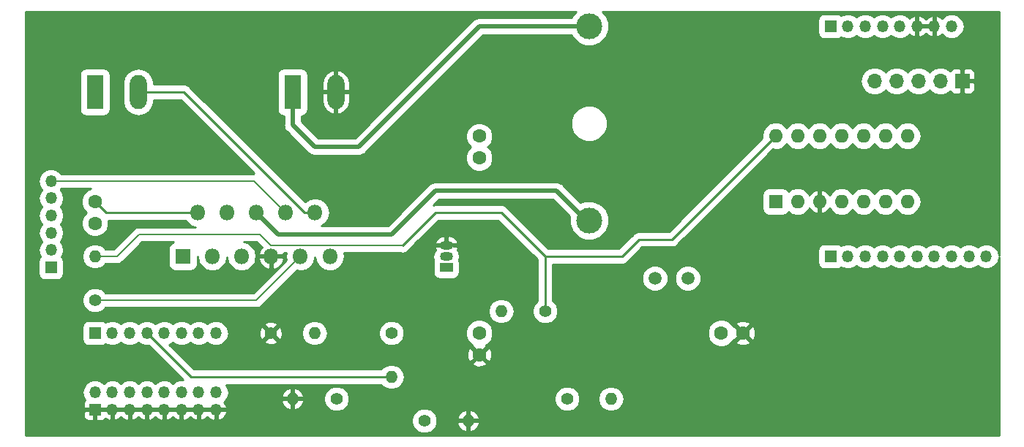
<source format=gbr>
G04 #@! TF.GenerationSoftware,KiCad,Pcbnew,5.0.2+dfsg1-1*
G04 #@! TF.CreationDate,2020-09-07T16:18:41-03:00*
G04 #@! TF.ProjectId,Quanser_Controller,5175616e-7365-4725-9f43-6f6e74726f6c,rev?*
G04 #@! TF.SameCoordinates,Original*
G04 #@! TF.FileFunction,Copper,L1,Top*
G04 #@! TF.FilePolarity,Positive*
%FSLAX46Y46*%
G04 Gerber Fmt 4.6, Leading zero omitted, Abs format (unit mm)*
G04 Created by KiCad (PCBNEW 5.0.2+dfsg1-1) date seg 07 set 2020 16:18:41 -03*
%MOMM*%
%LPD*%
G01*
G04 APERTURE LIST*
G04 #@! TA.AperFunction,ComponentPad*
%ADD10R,1.800000X1.800000*%
G04 #@! TD*
G04 #@! TA.AperFunction,ComponentPad*
%ADD11O,1.800000X1.800000*%
G04 #@! TD*
G04 #@! TA.AperFunction,ComponentPad*
%ADD12R,1.700000X1.700000*%
G04 #@! TD*
G04 #@! TA.AperFunction,ComponentPad*
%ADD13O,1.700000X1.700000*%
G04 #@! TD*
G04 #@! TA.AperFunction,ComponentPad*
%ADD14C,1.500000*%
G04 #@! TD*
G04 #@! TA.AperFunction,ComponentPad*
%ADD15C,1.600000*%
G04 #@! TD*
G04 #@! TA.AperFunction,ComponentPad*
%ADD16C,3.000000*%
G04 #@! TD*
G04 #@! TA.AperFunction,ComponentPad*
%ADD17R,1.350000X1.350000*%
G04 #@! TD*
G04 #@! TA.AperFunction,ComponentPad*
%ADD18O,1.350000X1.350000*%
G04 #@! TD*
G04 #@! TA.AperFunction,ComponentPad*
%ADD19R,1.980000X3.960000*%
G04 #@! TD*
G04 #@! TA.AperFunction,ComponentPad*
%ADD20O,1.980000X3.960000*%
G04 #@! TD*
G04 #@! TA.AperFunction,ComponentPad*
%ADD21O,1.500000X1.050000*%
G04 #@! TD*
G04 #@! TA.AperFunction,ComponentPad*
%ADD22R,1.500000X1.050000*%
G04 #@! TD*
G04 #@! TA.AperFunction,ComponentPad*
%ADD23C,1.400000*%
G04 #@! TD*
G04 #@! TA.AperFunction,ComponentPad*
%ADD24O,1.400000X1.400000*%
G04 #@! TD*
G04 #@! TA.AperFunction,ComponentPad*
%ADD25O,1.600000X1.600000*%
G04 #@! TD*
G04 #@! TA.AperFunction,ComponentPad*
%ADD26R,1.600000X1.600000*%
G04 #@! TD*
G04 #@! TA.AperFunction,Conductor*
%ADD27C,0.250000*%
G04 #@! TD*
G04 #@! TA.AperFunction,Conductor*
%ADD28C,0.500000*%
G04 #@! TD*
G04 #@! TA.AperFunction,Conductor*
%ADD29C,0.200000*%
G04 #@! TD*
G04 #@! TA.AperFunction,Conductor*
%ADD30C,0.254000*%
G04 #@! TD*
G04 APERTURE END LIST*
D10*
G04 #@! TO.P,U1,1*
G04 #@! TO.N,Net-(C3-Pad2)*
X107950000Y-80010000D03*
D11*
G04 #@! TO.P,U1,2*
G04 #@! TO.N,Net-(C3-Pad1)*
X109650000Y-74930000D03*
G04 #@! TO.P,U1,3*
G04 #@! TO.N,PWM*
X111350000Y-80010000D03*
G04 #@! TO.P,U1,4*
G04 #@! TO.N,Net-(Q1-Pad1)*
X113050000Y-74930000D03*
G04 #@! TO.P,U1,5*
G04 #@! TO.N,ENABLE*
X114750000Y-80010000D03*
G04 #@! TO.P,U1,6*
G04 #@! TO.N,Net-(F1-Pad2)*
X116450000Y-74930000D03*
G04 #@! TO.P,U1,7*
G04 #@! TO.N,GND*
X118150000Y-80010000D03*
G04 #@! TO.P,U1,8*
G04 #@! TO.N,AD*
X119850000Y-74930000D03*
G04 #@! TO.P,U1,9*
G04 #@! TO.N,TH_FLAG*
X121550000Y-80010000D03*
G04 #@! TO.P,U1,10*
G04 #@! TO.N,Net-(C4-Pad2)*
X123250000Y-74930000D03*
G04 #@! TO.P,U1,11*
G04 #@! TO.N,Net-(C4-Pad1)*
X124950000Y-80010000D03*
G04 #@! TD*
D12*
G04 #@! TO.P,J2,1*
G04 #@! TO.N,GND*
X198120000Y-59690000D03*
D13*
G04 #@! TO.P,J2,2*
G04 #@! TO.N,+5V*
X195580000Y-59690000D03*
G04 #@! TO.P,J2,3*
G04 #@! TO.N,Net-(J2-Pad3)*
X193040000Y-59690000D03*
G04 #@! TO.P,J2,4*
G04 #@! TO.N,Net-(J2-Pad4)*
X190500000Y-59690000D03*
G04 #@! TO.P,J2,5*
G04 #@! TO.N,Net-(J2-Pad5)*
X187960000Y-59690000D03*
G04 #@! TD*
D14*
G04 #@! TO.P,Crystal1,1*
G04 #@! TO.N,Net-(C1-Pad1)*
X162560000Y-82550000D03*
G04 #@! TO.P,Crystal1,2*
G04 #@! TO.N,Net-(C2-Pad1)*
X166360000Y-82550000D03*
G04 #@! TD*
D15*
G04 #@! TO.P,C1,1*
G04 #@! TO.N,Net-(C1-Pad1)*
X142240000Y-88900000D03*
G04 #@! TO.P,C1,2*
G04 #@! TO.N,GND*
X142240000Y-91400000D03*
G04 #@! TD*
G04 #@! TO.P,C2,2*
G04 #@! TO.N,GND*
X172720000Y-88900000D03*
G04 #@! TO.P,C2,1*
G04 #@! TO.N,Net-(C2-Pad1)*
X170220000Y-88900000D03*
G04 #@! TD*
G04 #@! TO.P,C3,1*
G04 #@! TO.N,Net-(C3-Pad1)*
X97790000Y-73660000D03*
G04 #@! TO.P,C3,2*
G04 #@! TO.N,Net-(C3-Pad2)*
X97790000Y-76160000D03*
G04 #@! TD*
G04 #@! TO.P,C4,2*
G04 #@! TO.N,Net-(C4-Pad2)*
X142240000Y-66080000D03*
G04 #@! TO.P,C4,1*
G04 #@! TO.N,Net-(C4-Pad1)*
X142240000Y-68580000D03*
G04 #@! TD*
D16*
G04 #@! TO.P,F1,1*
G04 #@! TO.N,+28V*
X154940000Y-53340000D03*
G04 #@! TO.P,F1,2*
G04 #@! TO.N,Net-(F1-Pad2)*
X154940000Y-75840000D03*
G04 #@! TD*
D17*
G04 #@! TO.P,J1,1*
G04 #@! TO.N,GND*
X97790000Y-97790000D03*
D18*
G04 #@! TO.P,J1,2*
G04 #@! TO.N,Net-(J1-Pad2)*
X97790000Y-95790000D03*
G04 #@! TO.P,J1,3*
G04 #@! TO.N,GND*
X99790000Y-97790000D03*
G04 #@! TO.P,J1,4*
G04 #@! TO.N,Net-(J1-Pad4)*
X99790000Y-95790000D03*
G04 #@! TO.P,J1,5*
G04 #@! TO.N,GND*
X101790000Y-97790000D03*
G04 #@! TO.P,J1,6*
G04 #@! TO.N,ELB1*
X101790000Y-95790000D03*
G04 #@! TO.P,J1,7*
G04 #@! TO.N,GND*
X103790000Y-97790000D03*
G04 #@! TO.P,J1,8*
G04 #@! TO.N,ELB2*
X103790000Y-95790000D03*
G04 #@! TO.P,J1,9*
G04 #@! TO.N,GND*
X105790000Y-97790000D03*
G04 #@! TO.P,J1,10*
G04 #@! TO.N,Net-(J1-Pad10)*
X105790000Y-95790000D03*
G04 #@! TO.P,J1,11*
G04 #@! TO.N,GND*
X107790000Y-97790000D03*
G04 #@! TO.P,J1,12*
G04 #@! TO.N,Net-(J1-Pad12)*
X107790000Y-95790000D03*
G04 #@! TO.P,J1,13*
G04 #@! TO.N,GND*
X109790000Y-97790000D03*
G04 #@! TO.P,J1,14*
G04 #@! TO.N,Net-(J1-Pad14)*
X109790000Y-95790000D03*
G04 #@! TO.P,J1,15*
G04 #@! TO.N,GND*
X111790000Y-97790000D03*
G04 #@! TO.P,J1,16*
G04 #@! TO.N,Net-(J1-Pad16)*
X111790000Y-95790000D03*
G04 #@! TD*
D17*
G04 #@! TO.P,J3,1*
G04 #@! TO.N,Net-(J3-Pad1)*
X182880000Y-80010000D03*
D18*
G04 #@! TO.P,J3,2*
G04 #@! TO.N,Net-(J3-Pad2)*
X184880000Y-80010000D03*
G04 #@! TO.P,J3,3*
G04 #@! TO.N,Net-(J3-Pad3)*
X186880000Y-80010000D03*
G04 #@! TO.P,J3,4*
G04 #@! TO.N,Net-(J3-Pad4)*
X188880000Y-80010000D03*
G04 #@! TO.P,J3,5*
G04 #@! TO.N,SCLK*
X190880000Y-80010000D03*
G04 #@! TO.P,J3,6*
G04 #@! TO.N,MISO*
X192880000Y-80010000D03*
G04 #@! TO.P,J3,7*
G04 #@! TO.N,MOSI*
X194880000Y-80010000D03*
G04 #@! TO.P,J3,8*
G04 #@! TO.N,#SS*
X196880000Y-80010000D03*
G04 #@! TO.P,J3,9*
G04 #@! TO.N,Net-(J3-Pad9)*
X198880000Y-80010000D03*
G04 #@! TO.P,J3,10*
G04 #@! TO.N,Net-(J3-Pad10)*
X200880000Y-80010000D03*
G04 #@! TD*
D17*
G04 #@! TO.P,J4,1*
G04 #@! TO.N,Net-(J4-Pad1)*
X97790000Y-88900000D03*
D18*
G04 #@! TO.P,J4,2*
G04 #@! TO.N,Net-(J4-Pad2)*
X99790000Y-88900000D03*
G04 #@! TO.P,J4,3*
G04 #@! TO.N,PWM*
X101790000Y-88900000D03*
G04 #@! TO.P,J4,4*
G04 #@! TO.N,ENABLE*
X103790000Y-88900000D03*
G04 #@! TO.P,J4,5*
G04 #@! TO.N,ELB1*
X105790000Y-88900000D03*
G04 #@! TO.P,J4,6*
G04 #@! TO.N,ELB2*
X107790000Y-88900000D03*
G04 #@! TO.P,J4,7*
G04 #@! TO.N,Net-(J4-Pad7)*
X109790000Y-88900000D03*
G04 #@! TO.P,J4,8*
G04 #@! TO.N,Net-(J4-Pad8)*
X111790000Y-88900000D03*
G04 #@! TD*
G04 #@! TO.P,J5,8*
G04 #@! TO.N,Net-(J5-Pad8)*
X196880000Y-53340000D03*
G04 #@! TO.P,J5,7*
G04 #@! TO.N,GND*
X194880000Y-53340000D03*
G04 #@! TO.P,J5,6*
X192880000Y-53340000D03*
G04 #@! TO.P,J5,5*
G04 #@! TO.N,+5V*
X190880000Y-53340000D03*
G04 #@! TO.P,J5,4*
G04 #@! TO.N,Net-(J5-Pad4)*
X188880000Y-53340000D03*
G04 #@! TO.P,J5,3*
G04 #@! TO.N,Net-(J5-Pad3)*
X186880000Y-53340000D03*
G04 #@! TO.P,J5,2*
G04 #@! TO.N,Net-(J5-Pad2)*
X184880000Y-53340000D03*
D17*
G04 #@! TO.P,J5,1*
G04 #@! TO.N,Net-(J5-Pad1)*
X182880000Y-53340000D03*
G04 #@! TD*
D19*
G04 #@! TO.P,J6,1*
G04 #@! TO.N,Net-(C3-Pad1)*
X97790000Y-60960000D03*
D20*
G04 #@! TO.P,J6,2*
G04 #@! TO.N,Net-(C4-Pad2)*
X102790000Y-60960000D03*
G04 #@! TD*
G04 #@! TO.P,J7,2*
G04 #@! TO.N,GND*
X125650000Y-60960000D03*
D19*
G04 #@! TO.P,J7,1*
G04 #@! TO.N,+28V*
X120650000Y-60960000D03*
G04 #@! TD*
D21*
G04 #@! TO.P,Q1,2*
G04 #@! TO.N,Net-(Q1-Pad2)*
X138430000Y-80010000D03*
G04 #@! TO.P,Q1,3*
G04 #@! TO.N,GND*
X138430000Y-78740000D03*
D22*
G04 #@! TO.P,Q1,1*
G04 #@! TO.N,Net-(Q1-Pad1)*
X138430000Y-81280000D03*
G04 #@! TD*
D23*
G04 #@! TO.P,R1,1*
G04 #@! TO.N,Net-(C1-Pad1)*
X152400000Y-96520000D03*
D24*
G04 #@! TO.P,R1,2*
G04 #@! TO.N,Net-(C2-Pad1)*
X157480000Y-96520000D03*
G04 #@! TD*
G04 #@! TO.P,R2,2*
G04 #@! TO.N,AD*
X123190000Y-88900000D03*
D23*
G04 #@! TO.P,R2,1*
G04 #@! TO.N,GND*
X118110000Y-88900000D03*
G04 #@! TD*
G04 #@! TO.P,R3,1*
G04 #@! TO.N,TH_FLAG*
X97790000Y-85090000D03*
D24*
G04 #@! TO.P,R3,2*
G04 #@! TO.N,+5V*
X97790000Y-80010000D03*
G04 #@! TD*
D23*
G04 #@! TO.P,R4,1*
G04 #@! TO.N,Net-(Q1-Pad2)*
X132080000Y-88900000D03*
D24*
G04 #@! TO.P,R4,2*
G04 #@! TO.N,ENABLE*
X132080000Y-93980000D03*
G04 #@! TD*
G04 #@! TO.P,R5,2*
G04 #@! TO.N,GND*
X120650000Y-96520000D03*
D23*
G04 #@! TO.P,R5,1*
G04 #@! TO.N,Net-(Q1-Pad2)*
X125730000Y-96520000D03*
G04 #@! TD*
D25*
G04 #@! TO.P,U2,14*
G04 #@! TO.N,+5V*
X176530000Y-66040000D03*
G04 #@! TO.P,U2,7*
G04 #@! TO.N,MOSI*
X191770000Y-73660000D03*
G04 #@! TO.P,U2,13*
G04 #@! TO.N,+5V*
X179070000Y-66040000D03*
G04 #@! TO.P,U2,6*
G04 #@! TO.N,MISO*
X189230000Y-73660000D03*
G04 #@! TO.P,U2,12*
G04 #@! TO.N,Net-(J2-Pad5)*
X181610000Y-66040000D03*
G04 #@! TO.P,U2,5*
G04 #@! TO.N,SCLK*
X186690000Y-73660000D03*
G04 #@! TO.P,U2,11*
G04 #@! TO.N,Net-(J2-Pad4)*
X184150000Y-66040000D03*
G04 #@! TO.P,U2,4*
G04 #@! TO.N,#SS*
X184150000Y-73660000D03*
G04 #@! TO.P,U2,10*
G04 #@! TO.N,Net-(U2-Pad10)*
X186690000Y-66040000D03*
G04 #@! TO.P,U2,3*
G04 #@! TO.N,GND*
X181610000Y-73660000D03*
G04 #@! TO.P,U2,9*
G04 #@! TO.N,Net-(U2-Pad9)*
X189230000Y-66040000D03*
G04 #@! TO.P,U2,2*
G04 #@! TO.N,Net-(C2-Pad1)*
X179070000Y-73660000D03*
G04 #@! TO.P,U2,8*
G04 #@! TO.N,Net-(U2-Pad8)*
X191770000Y-66040000D03*
D26*
G04 #@! TO.P,U2,1*
G04 #@! TO.N,Net-(C1-Pad1)*
X176530000Y-73660000D03*
G04 #@! TD*
D24*
G04 #@! TO.P,R6,2*
G04 #@! TO.N,Net-(Q1-Pad1)*
X144780000Y-86360000D03*
D23*
G04 #@! TO.P,R6,1*
G04 #@! TO.N,+5V*
X149860000Y-86360000D03*
G04 #@! TD*
G04 #@! TO.P,R7,1*
G04 #@! TO.N,ENABLE*
X135890000Y-99060000D03*
D24*
G04 #@! TO.P,R7,2*
G04 #@! TO.N,GND*
X140970000Y-99060000D03*
G04 #@! TD*
D17*
G04 #@! TO.P,J8,1*
G04 #@! TO.N,Net-(J8-Pad1)*
X92710000Y-81280000D03*
D18*
G04 #@! TO.P,J8,2*
G04 #@! TO.N,Net-(J8-Pad2)*
X92710000Y-79280000D03*
G04 #@! TO.P,J8,3*
G04 #@! TO.N,Net-(J8-Pad3)*
X92710000Y-77280000D03*
G04 #@! TO.P,J8,4*
G04 #@! TO.N,Net-(J8-Pad4)*
X92710000Y-75280000D03*
G04 #@! TO.P,J8,5*
G04 #@! TO.N,TH_FLAG*
X92710000Y-73280000D03*
G04 #@! TO.P,J8,6*
G04 #@! TO.N,AD*
X92710000Y-71280000D03*
G04 #@! TD*
D27*
G04 #@! TO.N,Net-(C3-Pad1)*
X109650000Y-74930000D02*
X99060000Y-74930000D01*
X99060000Y-74930000D02*
X97790000Y-73660000D01*
G04 #@! TO.N,Net-(C4-Pad2)*
X123250000Y-74930000D02*
X122024700Y-74930000D01*
X122024700Y-74930000D02*
X108054700Y-60960000D01*
X108054700Y-60960000D02*
X102790000Y-60960000D01*
D28*
G04 #@! TO.N,Net-(F1-Pad2)*
X133350000Y-76200000D02*
X132080000Y-77470000D01*
X118990000Y-77470000D02*
X116450000Y-74930000D01*
X132080000Y-77470000D02*
X118990000Y-77470000D01*
X133350000Y-76200000D02*
X137160000Y-72390000D01*
X151130000Y-72390000D02*
X154940000Y-76200000D01*
X137160000Y-72390000D02*
X151130000Y-72390000D01*
D27*
G04 #@! TO.N,+5V*
X137160000Y-74930000D02*
X133350000Y-78740000D01*
X144780000Y-74930000D02*
X137160000Y-74930000D01*
X164531600Y-78038400D02*
X160721600Y-78038400D01*
X149860000Y-80010000D02*
X144780000Y-74930000D01*
X158750000Y-80010000D02*
X149860000Y-80010000D01*
X176530000Y-66040000D02*
X164531600Y-78038400D01*
X160721600Y-78038400D02*
X158750000Y-80010000D01*
X149860000Y-80010000D02*
X149860000Y-86360000D01*
D29*
X133350000Y-78740000D02*
X118110000Y-78740000D01*
X118110000Y-78740000D02*
X116840000Y-77470000D01*
X116840000Y-77470000D02*
X102870000Y-77470000D01*
X100330000Y-80010000D02*
X97790000Y-80010000D01*
X102870000Y-77470000D02*
X100330000Y-80010000D01*
G04 #@! TO.N,TH_FLAG*
X116470000Y-85090000D02*
X121550000Y-80010000D01*
X97790000Y-85090000D02*
X116470000Y-85090000D01*
D27*
G04 #@! TO.N,PWM*
X101600000Y-88900000D02*
X101790000Y-88900000D01*
D28*
G04 #@! TO.N,+28V*
X123190000Y-67310000D02*
X120650000Y-64770000D01*
X128270000Y-67310000D02*
X123190000Y-67310000D01*
X154940000Y-53340000D02*
X142240000Y-53340000D01*
X120650000Y-64770000D02*
X120650000Y-60960000D01*
X142240000Y-53340000D02*
X128270000Y-67310000D01*
D27*
G04 #@! TO.N,ENABLE*
X132080000Y-93980000D02*
X108870000Y-93980000D01*
X108870000Y-93980000D02*
X103790000Y-88900000D01*
D29*
X114750000Y-80010000D02*
X114750000Y-79560000D01*
G04 #@! TO.N,AD*
X116200000Y-71280000D02*
X119850000Y-74930000D01*
X92710000Y-71280000D02*
X116200000Y-71280000D01*
G04 #@! TD*
D30*
G04 #@! TO.N,GND*
G36*
X153009653Y-52050183D02*
X152900791Y-52313000D01*
X142341148Y-52313000D01*
X142239999Y-52292880D01*
X142138850Y-52313000D01*
X141839285Y-52372587D01*
X141839284Y-52372588D01*
X141839283Y-52372588D01*
X141666615Y-52487961D01*
X141499574Y-52599574D01*
X141442277Y-52685325D01*
X127844604Y-66283000D01*
X123615398Y-66283000D01*
X121677000Y-64344604D01*
X121677000Y-63724862D01*
X121943170Y-63671918D01*
X122200186Y-63500186D01*
X122371918Y-63243170D01*
X122432222Y-62940000D01*
X122432222Y-61087000D01*
X124025000Y-61087000D01*
X124025000Y-62077000D01*
X124197297Y-62689193D01*
X124590754Y-63188851D01*
X125145472Y-63499905D01*
X125271135Y-63530218D01*
X125523000Y-63410740D01*
X125523000Y-61087000D01*
X125777000Y-61087000D01*
X125777000Y-63410740D01*
X126028865Y-63530218D01*
X126154528Y-63499905D01*
X126709246Y-63188851D01*
X127102703Y-62689193D01*
X127275000Y-62077000D01*
X127275000Y-61087000D01*
X125777000Y-61087000D01*
X125523000Y-61087000D01*
X124025000Y-61087000D01*
X122432222Y-61087000D01*
X122432222Y-59843000D01*
X124025000Y-59843000D01*
X124025000Y-60833000D01*
X125523000Y-60833000D01*
X125523000Y-58509260D01*
X125777000Y-58509260D01*
X125777000Y-60833000D01*
X127275000Y-60833000D01*
X127275000Y-59843000D01*
X127102703Y-59230807D01*
X126709246Y-58731149D01*
X126154528Y-58420095D01*
X126028865Y-58389782D01*
X125777000Y-58509260D01*
X125523000Y-58509260D01*
X125271135Y-58389782D01*
X125145472Y-58420095D01*
X124590754Y-58731149D01*
X124197297Y-59230807D01*
X124025000Y-59843000D01*
X122432222Y-59843000D01*
X122432222Y-58980000D01*
X122371918Y-58676830D01*
X122200186Y-58419814D01*
X121943170Y-58248082D01*
X121640000Y-58187778D01*
X119660000Y-58187778D01*
X119356830Y-58248082D01*
X119099814Y-58419814D01*
X118928082Y-58676830D01*
X118867778Y-58980000D01*
X118867778Y-62940000D01*
X118928082Y-63243170D01*
X119099814Y-63500186D01*
X119356830Y-63671918D01*
X119623000Y-63724862D01*
X119623000Y-64668851D01*
X119602880Y-64770000D01*
X119623000Y-64871149D01*
X119682587Y-65170714D01*
X119909574Y-65510426D01*
X119995330Y-65567726D01*
X122392277Y-67964675D01*
X122449574Y-68050426D01*
X122535324Y-68107722D01*
X122789283Y-68277412D01*
X122789284Y-68277412D01*
X122789285Y-68277413D01*
X123088850Y-68337000D01*
X123189999Y-68357120D01*
X123291148Y-68337000D01*
X128168851Y-68337000D01*
X128270000Y-68357120D01*
X128371149Y-68337000D01*
X128371150Y-68337000D01*
X128670715Y-68277413D01*
X129010426Y-68050426D01*
X129067726Y-67964670D01*
X131266081Y-65766315D01*
X140663000Y-65766315D01*
X140663000Y-66393685D01*
X140903084Y-66973299D01*
X141259785Y-67330000D01*
X140903084Y-67686701D01*
X140663000Y-68266315D01*
X140663000Y-68893685D01*
X140903084Y-69473299D01*
X141346701Y-69916916D01*
X141926315Y-70157000D01*
X142553685Y-70157000D01*
X143133299Y-69916916D01*
X143576916Y-69473299D01*
X143817000Y-68893685D01*
X143817000Y-68266315D01*
X143576916Y-67686701D01*
X143220215Y-67330000D01*
X143576916Y-66973299D01*
X143817000Y-66393685D01*
X143817000Y-65766315D01*
X143576916Y-65186701D01*
X143133299Y-64743084D01*
X142553685Y-64503000D01*
X141926315Y-64503000D01*
X141346701Y-64743084D01*
X140903084Y-65186701D01*
X140663000Y-65766315D01*
X131266081Y-65766315D01*
X132865483Y-64166913D01*
X152813000Y-64166913D01*
X152813000Y-65013087D01*
X153136817Y-65794848D01*
X153735152Y-66393183D01*
X154516913Y-66717000D01*
X155363087Y-66717000D01*
X156144848Y-66393183D01*
X156743183Y-65794848D01*
X157067000Y-65013087D01*
X157067000Y-64166913D01*
X156743183Y-63385152D01*
X156144848Y-62786817D01*
X155363087Y-62463000D01*
X154516913Y-62463000D01*
X153735152Y-62786817D01*
X153136817Y-63385152D01*
X152813000Y-64166913D01*
X132865483Y-64166913D01*
X137342396Y-59690000D01*
X186301126Y-59690000D01*
X186427400Y-60324824D01*
X186786999Y-60863001D01*
X187325176Y-61222600D01*
X187799758Y-61317000D01*
X188120242Y-61317000D01*
X188594824Y-61222600D01*
X189133001Y-60863001D01*
X189230000Y-60717832D01*
X189326999Y-60863001D01*
X189865176Y-61222600D01*
X190339758Y-61317000D01*
X190660242Y-61317000D01*
X191134824Y-61222600D01*
X191673001Y-60863001D01*
X191770000Y-60717832D01*
X191866999Y-60863001D01*
X192405176Y-61222600D01*
X192879758Y-61317000D01*
X193200242Y-61317000D01*
X193674824Y-61222600D01*
X194213001Y-60863001D01*
X194310000Y-60717832D01*
X194406999Y-60863001D01*
X194945176Y-61222600D01*
X195419758Y-61317000D01*
X195740242Y-61317000D01*
X196214824Y-61222600D01*
X196724391Y-60882118D01*
X196731673Y-60899698D01*
X196910301Y-61078327D01*
X197143690Y-61175000D01*
X197834250Y-61175000D01*
X197993000Y-61016250D01*
X197993000Y-59817000D01*
X198247000Y-59817000D01*
X198247000Y-61016250D01*
X198405750Y-61175000D01*
X199096310Y-61175000D01*
X199329699Y-61078327D01*
X199508327Y-60899698D01*
X199605000Y-60666309D01*
X199605000Y-59975750D01*
X199446250Y-59817000D01*
X198247000Y-59817000D01*
X197993000Y-59817000D01*
X197973000Y-59817000D01*
X197973000Y-59563000D01*
X197993000Y-59563000D01*
X197993000Y-58363750D01*
X198247000Y-58363750D01*
X198247000Y-59563000D01*
X199446250Y-59563000D01*
X199605000Y-59404250D01*
X199605000Y-58713691D01*
X199508327Y-58480302D01*
X199329699Y-58301673D01*
X199096310Y-58205000D01*
X198405750Y-58205000D01*
X198247000Y-58363750D01*
X197993000Y-58363750D01*
X197834250Y-58205000D01*
X197143690Y-58205000D01*
X196910301Y-58301673D01*
X196731673Y-58480302D01*
X196724391Y-58497882D01*
X196214824Y-58157400D01*
X195740242Y-58063000D01*
X195419758Y-58063000D01*
X194945176Y-58157400D01*
X194406999Y-58516999D01*
X194310000Y-58662168D01*
X194213001Y-58516999D01*
X193674824Y-58157400D01*
X193200242Y-58063000D01*
X192879758Y-58063000D01*
X192405176Y-58157400D01*
X191866999Y-58516999D01*
X191770000Y-58662168D01*
X191673001Y-58516999D01*
X191134824Y-58157400D01*
X190660242Y-58063000D01*
X190339758Y-58063000D01*
X189865176Y-58157400D01*
X189326999Y-58516999D01*
X189230000Y-58662168D01*
X189133001Y-58516999D01*
X188594824Y-58157400D01*
X188120242Y-58063000D01*
X187799758Y-58063000D01*
X187325176Y-58157400D01*
X186786999Y-58516999D01*
X186427400Y-59055176D01*
X186301126Y-59690000D01*
X137342396Y-59690000D01*
X142665398Y-54367000D01*
X152900791Y-54367000D01*
X153009653Y-54629817D01*
X153650183Y-55270347D01*
X154487077Y-55617000D01*
X155392923Y-55617000D01*
X156229817Y-55270347D01*
X156870347Y-54629817D01*
X157217000Y-53792923D01*
X157217000Y-52887077D01*
X157125013Y-52665000D01*
X181412778Y-52665000D01*
X181412778Y-54015000D01*
X181473082Y-54318170D01*
X181644814Y-54575186D01*
X181901830Y-54746918D01*
X182205000Y-54807222D01*
X183555000Y-54807222D01*
X183858170Y-54746918D01*
X184115121Y-54575229D01*
X184313458Y-54707754D01*
X184736992Y-54792000D01*
X185023008Y-54792000D01*
X185446542Y-54707754D01*
X185880000Y-54418126D01*
X186313458Y-54707754D01*
X186736992Y-54792000D01*
X187023008Y-54792000D01*
X187446542Y-54707754D01*
X187880000Y-54418126D01*
X188313458Y-54707754D01*
X188736992Y-54792000D01*
X189023008Y-54792000D01*
X189446542Y-54707754D01*
X189880000Y-54418126D01*
X190313458Y-54707754D01*
X190736992Y-54792000D01*
X191023008Y-54792000D01*
X191446542Y-54707754D01*
X191926833Y-54386833D01*
X192000226Y-54276993D01*
X192216367Y-54469478D01*
X192550600Y-54607910D01*
X192753000Y-54484224D01*
X192753000Y-53467000D01*
X193007000Y-53467000D01*
X193007000Y-54484224D01*
X193209400Y-54607910D01*
X193543633Y-54469478D01*
X193880000Y-54169926D01*
X194216367Y-54469478D01*
X194550600Y-54607910D01*
X194753000Y-54484224D01*
X194753000Y-53467000D01*
X193007000Y-53467000D01*
X192753000Y-53467000D01*
X192733000Y-53467000D01*
X192733000Y-53213000D01*
X192753000Y-53213000D01*
X192753000Y-52195776D01*
X193007000Y-52195776D01*
X193007000Y-53213000D01*
X194753000Y-53213000D01*
X194753000Y-52195776D01*
X195007000Y-52195776D01*
X195007000Y-53213000D01*
X195027000Y-53213000D01*
X195027000Y-53467000D01*
X195007000Y-53467000D01*
X195007000Y-54484224D01*
X195209400Y-54607910D01*
X195543633Y-54469478D01*
X195759774Y-54276993D01*
X195833167Y-54386833D01*
X196313458Y-54707754D01*
X196736992Y-54792000D01*
X197023008Y-54792000D01*
X197446542Y-54707754D01*
X197926833Y-54386833D01*
X198247754Y-53906542D01*
X198360446Y-53340000D01*
X198247754Y-52773458D01*
X197926833Y-52293167D01*
X197446542Y-51972246D01*
X197023008Y-51888000D01*
X196736992Y-51888000D01*
X196313458Y-51972246D01*
X195833167Y-52293167D01*
X195759774Y-52403007D01*
X195543633Y-52210522D01*
X195209400Y-52072090D01*
X195007000Y-52195776D01*
X194753000Y-52195776D01*
X194550600Y-52072090D01*
X194216367Y-52210522D01*
X193880000Y-52510074D01*
X193543633Y-52210522D01*
X193209400Y-52072090D01*
X193007000Y-52195776D01*
X192753000Y-52195776D01*
X192550600Y-52072090D01*
X192216367Y-52210522D01*
X192000226Y-52403007D01*
X191926833Y-52293167D01*
X191446542Y-51972246D01*
X191023008Y-51888000D01*
X190736992Y-51888000D01*
X190313458Y-51972246D01*
X189880000Y-52261874D01*
X189446542Y-51972246D01*
X189023008Y-51888000D01*
X188736992Y-51888000D01*
X188313458Y-51972246D01*
X187880000Y-52261874D01*
X187446542Y-51972246D01*
X187023008Y-51888000D01*
X186736992Y-51888000D01*
X186313458Y-51972246D01*
X185880000Y-52261874D01*
X185446542Y-51972246D01*
X185023008Y-51888000D01*
X184736992Y-51888000D01*
X184313458Y-51972246D01*
X184115121Y-52104771D01*
X183858170Y-51933082D01*
X183555000Y-51872778D01*
X182205000Y-51872778D01*
X181901830Y-51933082D01*
X181644814Y-52104814D01*
X181473082Y-52361830D01*
X181412778Y-52665000D01*
X157125013Y-52665000D01*
X156870347Y-52050183D01*
X156472164Y-51652000D01*
X202348000Y-51652000D01*
X202348001Y-79947432D01*
X202247754Y-79443458D01*
X201926833Y-78963167D01*
X201446542Y-78642246D01*
X201023008Y-78558000D01*
X200736992Y-78558000D01*
X200313458Y-78642246D01*
X199880000Y-78931874D01*
X199446542Y-78642246D01*
X199023008Y-78558000D01*
X198736992Y-78558000D01*
X198313458Y-78642246D01*
X197880000Y-78931874D01*
X197446542Y-78642246D01*
X197023008Y-78558000D01*
X196736992Y-78558000D01*
X196313458Y-78642246D01*
X195880000Y-78931874D01*
X195446542Y-78642246D01*
X195023008Y-78558000D01*
X194736992Y-78558000D01*
X194313458Y-78642246D01*
X193880000Y-78931874D01*
X193446542Y-78642246D01*
X193023008Y-78558000D01*
X192736992Y-78558000D01*
X192313458Y-78642246D01*
X191880000Y-78931874D01*
X191446542Y-78642246D01*
X191023008Y-78558000D01*
X190736992Y-78558000D01*
X190313458Y-78642246D01*
X189880000Y-78931874D01*
X189446542Y-78642246D01*
X189023008Y-78558000D01*
X188736992Y-78558000D01*
X188313458Y-78642246D01*
X187880000Y-78931874D01*
X187446542Y-78642246D01*
X187023008Y-78558000D01*
X186736992Y-78558000D01*
X186313458Y-78642246D01*
X185880000Y-78931874D01*
X185446542Y-78642246D01*
X185023008Y-78558000D01*
X184736992Y-78558000D01*
X184313458Y-78642246D01*
X184115121Y-78774771D01*
X183858170Y-78603082D01*
X183555000Y-78542778D01*
X182205000Y-78542778D01*
X181901830Y-78603082D01*
X181644814Y-78774814D01*
X181473082Y-79031830D01*
X181412778Y-79335000D01*
X181412778Y-80685000D01*
X181473082Y-80988170D01*
X181644814Y-81245186D01*
X181901830Y-81416918D01*
X182205000Y-81477222D01*
X183555000Y-81477222D01*
X183858170Y-81416918D01*
X184115121Y-81245229D01*
X184313458Y-81377754D01*
X184736992Y-81462000D01*
X185023008Y-81462000D01*
X185446542Y-81377754D01*
X185880000Y-81088126D01*
X186313458Y-81377754D01*
X186736992Y-81462000D01*
X187023008Y-81462000D01*
X187446542Y-81377754D01*
X187880000Y-81088126D01*
X188313458Y-81377754D01*
X188736992Y-81462000D01*
X189023008Y-81462000D01*
X189446542Y-81377754D01*
X189880000Y-81088126D01*
X190313458Y-81377754D01*
X190736992Y-81462000D01*
X191023008Y-81462000D01*
X191446542Y-81377754D01*
X191880000Y-81088126D01*
X192313458Y-81377754D01*
X192736992Y-81462000D01*
X193023008Y-81462000D01*
X193446542Y-81377754D01*
X193880000Y-81088126D01*
X194313458Y-81377754D01*
X194736992Y-81462000D01*
X195023008Y-81462000D01*
X195446542Y-81377754D01*
X195880000Y-81088126D01*
X196313458Y-81377754D01*
X196736992Y-81462000D01*
X197023008Y-81462000D01*
X197446542Y-81377754D01*
X197880000Y-81088126D01*
X198313458Y-81377754D01*
X198736992Y-81462000D01*
X199023008Y-81462000D01*
X199446542Y-81377754D01*
X199880000Y-81088126D01*
X200313458Y-81377754D01*
X200736992Y-81462000D01*
X201023008Y-81462000D01*
X201446542Y-81377754D01*
X201926833Y-81056833D01*
X202247754Y-80576542D01*
X202348001Y-80072567D01*
X202348001Y-100748000D01*
X89752000Y-100748000D01*
X89752000Y-98075750D01*
X96480000Y-98075750D01*
X96480000Y-98591309D01*
X96576673Y-98824698D01*
X96755301Y-99003327D01*
X96988690Y-99100000D01*
X97504250Y-99100000D01*
X97663000Y-98941250D01*
X97663000Y-97917000D01*
X97917000Y-97917000D01*
X97917000Y-98941250D01*
X98075750Y-99100000D01*
X98591310Y-99100000D01*
X98824699Y-99003327D01*
X99003327Y-98824698D01*
X99007803Y-98813891D01*
X99126367Y-98919478D01*
X99460600Y-99057910D01*
X99663000Y-98934224D01*
X99663000Y-97917000D01*
X99917000Y-97917000D01*
X99917000Y-98934224D01*
X100119400Y-99057910D01*
X100453633Y-98919478D01*
X100790000Y-98619926D01*
X101126367Y-98919478D01*
X101460600Y-99057910D01*
X101663000Y-98934224D01*
X101663000Y-97917000D01*
X101917000Y-97917000D01*
X101917000Y-98934224D01*
X102119400Y-99057910D01*
X102453633Y-98919478D01*
X102790000Y-98619926D01*
X103126367Y-98919478D01*
X103460600Y-99057910D01*
X103663000Y-98934224D01*
X103663000Y-97917000D01*
X103917000Y-97917000D01*
X103917000Y-98934224D01*
X104119400Y-99057910D01*
X104453633Y-98919478D01*
X104790000Y-98619926D01*
X105126367Y-98919478D01*
X105460600Y-99057910D01*
X105663000Y-98934224D01*
X105663000Y-97917000D01*
X105917000Y-97917000D01*
X105917000Y-98934224D01*
X106119400Y-99057910D01*
X106453633Y-98919478D01*
X106790000Y-98619926D01*
X107126367Y-98919478D01*
X107460600Y-99057910D01*
X107663000Y-98934224D01*
X107663000Y-97917000D01*
X107917000Y-97917000D01*
X107917000Y-98934224D01*
X108119400Y-99057910D01*
X108453633Y-98919478D01*
X108790000Y-98619926D01*
X109126367Y-98919478D01*
X109460600Y-99057910D01*
X109663000Y-98934224D01*
X109663000Y-97917000D01*
X109917000Y-97917000D01*
X109917000Y-98934224D01*
X110119400Y-99057910D01*
X110453633Y-98919478D01*
X110790000Y-98619926D01*
X111126367Y-98919478D01*
X111460600Y-99057910D01*
X111663000Y-98934224D01*
X111663000Y-97917000D01*
X111917000Y-97917000D01*
X111917000Y-98934224D01*
X112119400Y-99057910D01*
X112453633Y-98919478D01*
X112625741Y-98766206D01*
X134413000Y-98766206D01*
X134413000Y-99353794D01*
X134637860Y-99896653D01*
X135053347Y-100312140D01*
X135596206Y-100537000D01*
X136183794Y-100537000D01*
X136726653Y-100312140D01*
X137142140Y-99896653D01*
X137350624Y-99393329D01*
X139677284Y-99393329D01*
X139820203Y-99738396D01*
X140167337Y-100126764D01*
X140636669Y-100352727D01*
X140843000Y-100230206D01*
X140843000Y-99187000D01*
X141097000Y-99187000D01*
X141097000Y-100230206D01*
X141303331Y-100352727D01*
X141772663Y-100126764D01*
X142119797Y-99738396D01*
X142262716Y-99393329D01*
X142139374Y-99187000D01*
X141097000Y-99187000D01*
X140843000Y-99187000D01*
X139800626Y-99187000D01*
X139677284Y-99393329D01*
X137350624Y-99393329D01*
X137367000Y-99353794D01*
X137367000Y-98766206D01*
X137350625Y-98726671D01*
X139677284Y-98726671D01*
X139800626Y-98933000D01*
X140843000Y-98933000D01*
X140843000Y-97889794D01*
X141097000Y-97889794D01*
X141097000Y-98933000D01*
X142139374Y-98933000D01*
X142262716Y-98726671D01*
X142119797Y-98381604D01*
X141772663Y-97993236D01*
X141303331Y-97767273D01*
X141097000Y-97889794D01*
X140843000Y-97889794D01*
X140636669Y-97767273D01*
X140167337Y-97993236D01*
X139820203Y-98381604D01*
X139677284Y-98726671D01*
X137350625Y-98726671D01*
X137142140Y-98223347D01*
X136726653Y-97807860D01*
X136183794Y-97583000D01*
X135596206Y-97583000D01*
X135053347Y-97807860D01*
X134637860Y-98223347D01*
X134413000Y-98766206D01*
X112625741Y-98766206D01*
X112835349Y-98579540D01*
X113057920Y-98119402D01*
X112935090Y-97917000D01*
X111917000Y-97917000D01*
X111663000Y-97917000D01*
X109917000Y-97917000D01*
X109663000Y-97917000D01*
X107917000Y-97917000D01*
X107663000Y-97917000D01*
X105917000Y-97917000D01*
X105663000Y-97917000D01*
X103917000Y-97917000D01*
X103663000Y-97917000D01*
X101917000Y-97917000D01*
X101663000Y-97917000D01*
X99917000Y-97917000D01*
X99663000Y-97917000D01*
X97917000Y-97917000D01*
X97663000Y-97917000D01*
X96638750Y-97917000D01*
X96480000Y-98075750D01*
X89752000Y-98075750D01*
X89752000Y-95790000D01*
X96309554Y-95790000D01*
X96422246Y-96356542D01*
X96643822Y-96688153D01*
X96576673Y-96755302D01*
X96480000Y-96988691D01*
X96480000Y-97504250D01*
X96638750Y-97663000D01*
X97663000Y-97663000D01*
X97663000Y-97643000D01*
X97917000Y-97643000D01*
X97917000Y-97663000D01*
X99663000Y-97663000D01*
X99663000Y-97643000D01*
X99917000Y-97643000D01*
X99917000Y-97663000D01*
X101663000Y-97663000D01*
X101663000Y-97643000D01*
X101917000Y-97643000D01*
X101917000Y-97663000D01*
X103663000Y-97663000D01*
X103663000Y-97643000D01*
X103917000Y-97643000D01*
X103917000Y-97663000D01*
X105663000Y-97663000D01*
X105663000Y-97643000D01*
X105917000Y-97643000D01*
X105917000Y-97663000D01*
X107663000Y-97663000D01*
X107663000Y-97643000D01*
X107917000Y-97643000D01*
X107917000Y-97663000D01*
X109663000Y-97663000D01*
X109663000Y-97643000D01*
X109917000Y-97643000D01*
X109917000Y-97663000D01*
X111663000Y-97663000D01*
X111663000Y-97643000D01*
X111917000Y-97643000D01*
X111917000Y-97663000D01*
X112935090Y-97663000D01*
X113057920Y-97460598D01*
X112835349Y-97000460D01*
X112731011Y-96907541D01*
X112812144Y-96853329D01*
X119357284Y-96853329D01*
X119500203Y-97198396D01*
X119847337Y-97586764D01*
X120316669Y-97812727D01*
X120523000Y-97690206D01*
X120523000Y-96647000D01*
X120777000Y-96647000D01*
X120777000Y-97690206D01*
X120983331Y-97812727D01*
X121452663Y-97586764D01*
X121799797Y-97198396D01*
X121942716Y-96853329D01*
X121819374Y-96647000D01*
X120777000Y-96647000D01*
X120523000Y-96647000D01*
X119480626Y-96647000D01*
X119357284Y-96853329D01*
X112812144Y-96853329D01*
X112836833Y-96836833D01*
X113157754Y-96356542D01*
X113191543Y-96186671D01*
X119357284Y-96186671D01*
X119480626Y-96393000D01*
X120523000Y-96393000D01*
X120523000Y-95349794D01*
X120777000Y-95349794D01*
X120777000Y-96393000D01*
X121819374Y-96393000D01*
X121919082Y-96226206D01*
X124253000Y-96226206D01*
X124253000Y-96813794D01*
X124477860Y-97356653D01*
X124893347Y-97772140D01*
X125436206Y-97997000D01*
X126023794Y-97997000D01*
X126566653Y-97772140D01*
X126982140Y-97356653D01*
X127207000Y-96813794D01*
X127207000Y-96226206D01*
X150923000Y-96226206D01*
X150923000Y-96813794D01*
X151147860Y-97356653D01*
X151563347Y-97772140D01*
X152106206Y-97997000D01*
X152693794Y-97997000D01*
X153236653Y-97772140D01*
X153652140Y-97356653D01*
X153877000Y-96813794D01*
X153877000Y-96520000D01*
X155974064Y-96520000D01*
X156088697Y-97096297D01*
X156415142Y-97584858D01*
X156903703Y-97911303D01*
X157334529Y-97997000D01*
X157625471Y-97997000D01*
X158056297Y-97911303D01*
X158544858Y-97584858D01*
X158871303Y-97096297D01*
X158985936Y-96520000D01*
X158871303Y-95943703D01*
X158544858Y-95455142D01*
X158056297Y-95128697D01*
X157625471Y-95043000D01*
X157334529Y-95043000D01*
X156903703Y-95128697D01*
X156415142Y-95455142D01*
X156088697Y-95943703D01*
X155974064Y-96520000D01*
X153877000Y-96520000D01*
X153877000Y-96226206D01*
X153652140Y-95683347D01*
X153236653Y-95267860D01*
X152693794Y-95043000D01*
X152106206Y-95043000D01*
X151563347Y-95267860D01*
X151147860Y-95683347D01*
X150923000Y-96226206D01*
X127207000Y-96226206D01*
X126982140Y-95683347D01*
X126566653Y-95267860D01*
X126023794Y-95043000D01*
X125436206Y-95043000D01*
X124893347Y-95267860D01*
X124477860Y-95683347D01*
X124253000Y-96226206D01*
X121919082Y-96226206D01*
X121942716Y-96186671D01*
X121799797Y-95841604D01*
X121452663Y-95453236D01*
X120983331Y-95227273D01*
X120777000Y-95349794D01*
X120523000Y-95349794D01*
X120316669Y-95227273D01*
X119847337Y-95453236D01*
X119500203Y-95841604D01*
X119357284Y-96186671D01*
X113191543Y-96186671D01*
X113270446Y-95790000D01*
X113157754Y-95223458D01*
X112929598Y-94882000D01*
X130906324Y-94882000D01*
X131015142Y-95044858D01*
X131503703Y-95371303D01*
X131934529Y-95457000D01*
X132225471Y-95457000D01*
X132656297Y-95371303D01*
X133144858Y-95044858D01*
X133471303Y-94556297D01*
X133585936Y-93980000D01*
X133471303Y-93403703D01*
X133144858Y-92915142D01*
X132656297Y-92588697D01*
X132225471Y-92503000D01*
X131934529Y-92503000D01*
X131503703Y-92588697D01*
X131015142Y-92915142D01*
X130906324Y-93078000D01*
X109243621Y-93078000D01*
X108573366Y-92407745D01*
X141411861Y-92407745D01*
X141485995Y-92653864D01*
X142023223Y-92846965D01*
X142593454Y-92819778D01*
X142994005Y-92653864D01*
X143068139Y-92407745D01*
X142240000Y-91579605D01*
X141411861Y-92407745D01*
X108573366Y-92407745D01*
X107348844Y-91183223D01*
X140793035Y-91183223D01*
X140820222Y-91753454D01*
X140986136Y-92154005D01*
X141232255Y-92228139D01*
X142060395Y-91400000D01*
X142419605Y-91400000D01*
X143247745Y-92228139D01*
X143493864Y-92154005D01*
X143686965Y-91616777D01*
X143659778Y-91046546D01*
X143493864Y-90645995D01*
X143247745Y-90571861D01*
X142419605Y-91400000D01*
X142060395Y-91400000D01*
X141232255Y-90571861D01*
X140986136Y-90645995D01*
X140793035Y-91183223D01*
X107348844Y-91183223D01*
X106402600Y-90236979D01*
X106790000Y-89978126D01*
X107223458Y-90267754D01*
X107646992Y-90352000D01*
X107933008Y-90352000D01*
X108356542Y-90267754D01*
X108790000Y-89978126D01*
X109223458Y-90267754D01*
X109646992Y-90352000D01*
X109933008Y-90352000D01*
X110356542Y-90267754D01*
X110790000Y-89978126D01*
X111223458Y-90267754D01*
X111646992Y-90352000D01*
X111933008Y-90352000D01*
X112356542Y-90267754D01*
X112836833Y-89946833D01*
X112911373Y-89835275D01*
X117354331Y-89835275D01*
X117416169Y-90071042D01*
X117917122Y-90247419D01*
X118447440Y-90218664D01*
X118803831Y-90071042D01*
X118865669Y-89835275D01*
X118110000Y-89079605D01*
X117354331Y-89835275D01*
X112911373Y-89835275D01*
X113157754Y-89466542D01*
X113270446Y-88900000D01*
X113232081Y-88707122D01*
X116762581Y-88707122D01*
X116791336Y-89237440D01*
X116938958Y-89593831D01*
X117174725Y-89655669D01*
X117930395Y-88900000D01*
X118289605Y-88900000D01*
X119045275Y-89655669D01*
X119281042Y-89593831D01*
X119457419Y-89092878D01*
X119446961Y-88900000D01*
X121684064Y-88900000D01*
X121798697Y-89476297D01*
X122125142Y-89964858D01*
X122613703Y-90291303D01*
X123044529Y-90377000D01*
X123335471Y-90377000D01*
X123766297Y-90291303D01*
X124254858Y-89964858D01*
X124581303Y-89476297D01*
X124695936Y-88900000D01*
X124637497Y-88606206D01*
X130603000Y-88606206D01*
X130603000Y-89193794D01*
X130827860Y-89736653D01*
X131243347Y-90152140D01*
X131786206Y-90377000D01*
X132373794Y-90377000D01*
X132916653Y-90152140D01*
X133332140Y-89736653D01*
X133557000Y-89193794D01*
X133557000Y-88606206D01*
X133548761Y-88586315D01*
X140663000Y-88586315D01*
X140663000Y-89213685D01*
X140903084Y-89793299D01*
X141346701Y-90236916D01*
X141446233Y-90278143D01*
X141411861Y-90392255D01*
X142240000Y-91220395D01*
X143068139Y-90392255D01*
X143033767Y-90278143D01*
X143133299Y-90236916D01*
X143576916Y-89793299D01*
X143817000Y-89213685D01*
X143817000Y-88586315D01*
X168643000Y-88586315D01*
X168643000Y-89213685D01*
X168883084Y-89793299D01*
X169326701Y-90236916D01*
X169906315Y-90477000D01*
X170533685Y-90477000D01*
X171113299Y-90236916D01*
X171442470Y-89907745D01*
X171891861Y-89907745D01*
X171965995Y-90153864D01*
X172503223Y-90346965D01*
X173073454Y-90319778D01*
X173474005Y-90153864D01*
X173548139Y-89907745D01*
X172720000Y-89079605D01*
X171891861Y-89907745D01*
X171442470Y-89907745D01*
X171556916Y-89793299D01*
X171598143Y-89693767D01*
X171712255Y-89728139D01*
X172540395Y-88900000D01*
X172899605Y-88900000D01*
X173727745Y-89728139D01*
X173973864Y-89654005D01*
X174166965Y-89116777D01*
X174139778Y-88546546D01*
X173973864Y-88145995D01*
X173727745Y-88071861D01*
X172899605Y-88900000D01*
X172540395Y-88900000D01*
X171712255Y-88071861D01*
X171598143Y-88106233D01*
X171556916Y-88006701D01*
X171442470Y-87892255D01*
X171891861Y-87892255D01*
X172720000Y-88720395D01*
X173548139Y-87892255D01*
X173474005Y-87646136D01*
X172936777Y-87453035D01*
X172366546Y-87480222D01*
X171965995Y-87646136D01*
X171891861Y-87892255D01*
X171442470Y-87892255D01*
X171113299Y-87563084D01*
X170533685Y-87323000D01*
X169906315Y-87323000D01*
X169326701Y-87563084D01*
X168883084Y-88006701D01*
X168643000Y-88586315D01*
X143817000Y-88586315D01*
X143576916Y-88006701D01*
X143133299Y-87563084D01*
X142553685Y-87323000D01*
X141926315Y-87323000D01*
X141346701Y-87563084D01*
X140903084Y-88006701D01*
X140663000Y-88586315D01*
X133548761Y-88586315D01*
X133332140Y-88063347D01*
X132916653Y-87647860D01*
X132373794Y-87423000D01*
X131786206Y-87423000D01*
X131243347Y-87647860D01*
X130827860Y-88063347D01*
X130603000Y-88606206D01*
X124637497Y-88606206D01*
X124581303Y-88323703D01*
X124254858Y-87835142D01*
X123766297Y-87508697D01*
X123335471Y-87423000D01*
X123044529Y-87423000D01*
X122613703Y-87508697D01*
X122125142Y-87835142D01*
X121798697Y-88323703D01*
X121684064Y-88900000D01*
X119446961Y-88900000D01*
X119428664Y-88562560D01*
X119281042Y-88206169D01*
X119045275Y-88144331D01*
X118289605Y-88900000D01*
X117930395Y-88900000D01*
X117174725Y-88144331D01*
X116938958Y-88206169D01*
X116762581Y-88707122D01*
X113232081Y-88707122D01*
X113157754Y-88333458D01*
X112911374Y-87964725D01*
X117354331Y-87964725D01*
X118110000Y-88720395D01*
X118865669Y-87964725D01*
X118803831Y-87728958D01*
X118302878Y-87552581D01*
X117772560Y-87581336D01*
X117416169Y-87728958D01*
X117354331Y-87964725D01*
X112911374Y-87964725D01*
X112836833Y-87853167D01*
X112356542Y-87532246D01*
X111933008Y-87448000D01*
X111646992Y-87448000D01*
X111223458Y-87532246D01*
X110790000Y-87821874D01*
X110356542Y-87532246D01*
X109933008Y-87448000D01*
X109646992Y-87448000D01*
X109223458Y-87532246D01*
X108790000Y-87821874D01*
X108356542Y-87532246D01*
X107933008Y-87448000D01*
X107646992Y-87448000D01*
X107223458Y-87532246D01*
X106790000Y-87821874D01*
X106356542Y-87532246D01*
X105933008Y-87448000D01*
X105646992Y-87448000D01*
X105223458Y-87532246D01*
X104790000Y-87821874D01*
X104356542Y-87532246D01*
X103933008Y-87448000D01*
X103646992Y-87448000D01*
X103223458Y-87532246D01*
X102790000Y-87821874D01*
X102356542Y-87532246D01*
X101933008Y-87448000D01*
X101646992Y-87448000D01*
X101223458Y-87532246D01*
X100790000Y-87821874D01*
X100356542Y-87532246D01*
X99933008Y-87448000D01*
X99646992Y-87448000D01*
X99223458Y-87532246D01*
X99025121Y-87664771D01*
X98768170Y-87493082D01*
X98465000Y-87432778D01*
X97115000Y-87432778D01*
X96811830Y-87493082D01*
X96554814Y-87664814D01*
X96383082Y-87921830D01*
X96322778Y-88225000D01*
X96322778Y-89575000D01*
X96383082Y-89878170D01*
X96554814Y-90135186D01*
X96811830Y-90306918D01*
X97115000Y-90367222D01*
X98465000Y-90367222D01*
X98768170Y-90306918D01*
X99025121Y-90135229D01*
X99223458Y-90267754D01*
X99646992Y-90352000D01*
X99933008Y-90352000D01*
X100356542Y-90267754D01*
X100790000Y-89978126D01*
X101223458Y-90267754D01*
X101646992Y-90352000D01*
X101933008Y-90352000D01*
X102356542Y-90267754D01*
X102790000Y-89978126D01*
X103223458Y-90267754D01*
X103646992Y-90352000D01*
X103933008Y-90352000D01*
X103960843Y-90346463D01*
X107957189Y-94342810D01*
X107933008Y-94338000D01*
X107646992Y-94338000D01*
X107223458Y-94422246D01*
X106790000Y-94711874D01*
X106356542Y-94422246D01*
X105933008Y-94338000D01*
X105646992Y-94338000D01*
X105223458Y-94422246D01*
X104790000Y-94711874D01*
X104356542Y-94422246D01*
X103933008Y-94338000D01*
X103646992Y-94338000D01*
X103223458Y-94422246D01*
X102790000Y-94711874D01*
X102356542Y-94422246D01*
X101933008Y-94338000D01*
X101646992Y-94338000D01*
X101223458Y-94422246D01*
X100790000Y-94711874D01*
X100356542Y-94422246D01*
X99933008Y-94338000D01*
X99646992Y-94338000D01*
X99223458Y-94422246D01*
X98790000Y-94711874D01*
X98356542Y-94422246D01*
X97933008Y-94338000D01*
X97646992Y-94338000D01*
X97223458Y-94422246D01*
X96743167Y-94743167D01*
X96422246Y-95223458D01*
X96309554Y-95790000D01*
X89752000Y-95790000D01*
X89752000Y-71280000D01*
X91229554Y-71280000D01*
X91342246Y-71846542D01*
X91631874Y-72280000D01*
X91342246Y-72713458D01*
X91229554Y-73280000D01*
X91342246Y-73846542D01*
X91631874Y-74280000D01*
X91342246Y-74713458D01*
X91229554Y-75280000D01*
X91342246Y-75846542D01*
X91631874Y-76280000D01*
X91342246Y-76713458D01*
X91229554Y-77280000D01*
X91342246Y-77846542D01*
X91631874Y-78280000D01*
X91342246Y-78713458D01*
X91229554Y-79280000D01*
X91342246Y-79846542D01*
X91474771Y-80044879D01*
X91303082Y-80301830D01*
X91242778Y-80605000D01*
X91242778Y-81955000D01*
X91303082Y-82258170D01*
X91474814Y-82515186D01*
X91731830Y-82686918D01*
X92035000Y-82747222D01*
X93385000Y-82747222D01*
X93688170Y-82686918D01*
X93945186Y-82515186D01*
X94116918Y-82258170D01*
X94177222Y-81955000D01*
X94177222Y-80605000D01*
X94116918Y-80301830D01*
X93945229Y-80044879D01*
X94077754Y-79846542D01*
X94190446Y-79280000D01*
X94077754Y-78713458D01*
X93788126Y-78280000D01*
X94077754Y-77846542D01*
X94190446Y-77280000D01*
X94077754Y-76713458D01*
X93788126Y-76280000D01*
X94077754Y-75846542D01*
X94190446Y-75280000D01*
X94077754Y-74713458D01*
X93788126Y-74280000D01*
X94077754Y-73846542D01*
X94190446Y-73280000D01*
X94077754Y-72713458D01*
X93788126Y-72280000D01*
X93870312Y-72157000D01*
X97297663Y-72157000D01*
X96896701Y-72323084D01*
X96453084Y-72766701D01*
X96213000Y-73346315D01*
X96213000Y-73973685D01*
X96453084Y-74553299D01*
X96809785Y-74910000D01*
X96453084Y-75266701D01*
X96213000Y-75846315D01*
X96213000Y-76473685D01*
X96453084Y-77053299D01*
X96896701Y-77496916D01*
X97476315Y-77737000D01*
X98103685Y-77737000D01*
X98683299Y-77496916D01*
X99126916Y-77053299D01*
X99367000Y-76473685D01*
X99367000Y-75846315D01*
X99361071Y-75832000D01*
X108235787Y-75832000D01*
X108440951Y-76139049D01*
X108995667Y-76509699D01*
X109414449Y-76593000D01*
X102956369Y-76593000D01*
X102869999Y-76575820D01*
X102783629Y-76593000D01*
X102783625Y-76593000D01*
X102527812Y-76643884D01*
X102527811Y-76643885D01*
X102527810Y-76643885D01*
X102395938Y-76732000D01*
X102237719Y-76837719D01*
X102188792Y-76910943D01*
X99966736Y-79133000D01*
X98980380Y-79133000D01*
X98854858Y-78945142D01*
X98366297Y-78618697D01*
X97935471Y-78533000D01*
X97644529Y-78533000D01*
X97213703Y-78618697D01*
X96725142Y-78945142D01*
X96398697Y-79433703D01*
X96284064Y-80010000D01*
X96398697Y-80586297D01*
X96725142Y-81074858D01*
X97213703Y-81401303D01*
X97644529Y-81487000D01*
X97935471Y-81487000D01*
X98366297Y-81401303D01*
X98854858Y-81074858D01*
X98980380Y-80887000D01*
X100243630Y-80887000D01*
X100330000Y-80904180D01*
X100416370Y-80887000D01*
X100416375Y-80887000D01*
X100672188Y-80836116D01*
X100962281Y-80642281D01*
X101011210Y-80569054D01*
X103233265Y-78347000D01*
X106903090Y-78347000D01*
X106746830Y-78378082D01*
X106489814Y-78549814D01*
X106318082Y-78806830D01*
X106257778Y-79110000D01*
X106257778Y-80910000D01*
X106318082Y-81213170D01*
X106489814Y-81470186D01*
X106746830Y-81641918D01*
X107050000Y-81702222D01*
X108850000Y-81702222D01*
X109153170Y-81641918D01*
X109410186Y-81470186D01*
X109581918Y-81213170D01*
X109642222Y-80910000D01*
X109642222Y-80020437D01*
X109770301Y-80664333D01*
X110140951Y-81219049D01*
X110695667Y-81589699D01*
X111184832Y-81687000D01*
X111515168Y-81687000D01*
X112004333Y-81589699D01*
X112559049Y-81219049D01*
X112929699Y-80664333D01*
X113050000Y-80059539D01*
X113170301Y-80664333D01*
X113540951Y-81219049D01*
X114095667Y-81589699D01*
X114584832Y-81687000D01*
X114915168Y-81687000D01*
X115404333Y-81589699D01*
X115959049Y-81219049D01*
X116329699Y-80664333D01*
X116387302Y-80374740D01*
X116658964Y-80374740D01*
X116837760Y-80806417D01*
X117242424Y-81247966D01*
X117785258Y-81501046D01*
X118023000Y-81380997D01*
X118023000Y-80137000D01*
X118277000Y-80137000D01*
X118277000Y-81380997D01*
X118514742Y-81501046D01*
X119057576Y-81247966D01*
X119462240Y-80806417D01*
X119641036Y-80374740D01*
X119520378Y-80137000D01*
X118277000Y-80137000D01*
X118023000Y-80137000D01*
X116779622Y-80137000D01*
X116658964Y-80374740D01*
X116387302Y-80374740D01*
X116459854Y-80010000D01*
X116329699Y-79355667D01*
X115959049Y-78800951D01*
X115404333Y-78430301D01*
X114985551Y-78347000D01*
X116476736Y-78347000D01*
X117079521Y-78949786D01*
X116837760Y-79213583D01*
X116658964Y-79645260D01*
X116779622Y-79883000D01*
X118023000Y-79883000D01*
X118023000Y-79863000D01*
X118277000Y-79863000D01*
X118277000Y-79883000D01*
X119520378Y-79883000D01*
X119641036Y-79645260D01*
X119629331Y-79617000D01*
X119918319Y-79617000D01*
X119840146Y-80010000D01*
X119918056Y-80401679D01*
X116106736Y-84213000D01*
X99001793Y-84213000D01*
X98626653Y-83837860D01*
X98083794Y-83613000D01*
X97496206Y-83613000D01*
X96953347Y-83837860D01*
X96537860Y-84253347D01*
X96313000Y-84796206D01*
X96313000Y-85383794D01*
X96537860Y-85926653D01*
X96953347Y-86342140D01*
X97496206Y-86567000D01*
X98083794Y-86567000D01*
X98583535Y-86360000D01*
X143274064Y-86360000D01*
X143388697Y-86936297D01*
X143715142Y-87424858D01*
X144203703Y-87751303D01*
X144634529Y-87837000D01*
X144925471Y-87837000D01*
X145356297Y-87751303D01*
X145844858Y-87424858D01*
X146171303Y-86936297D01*
X146285936Y-86360000D01*
X146171303Y-85783703D01*
X145844858Y-85295142D01*
X145356297Y-84968697D01*
X144925471Y-84883000D01*
X144634529Y-84883000D01*
X144203703Y-84968697D01*
X143715142Y-85295142D01*
X143388697Y-85783703D01*
X143274064Y-86360000D01*
X98583535Y-86360000D01*
X98626653Y-86342140D01*
X99001793Y-85967000D01*
X116383630Y-85967000D01*
X116470000Y-85984180D01*
X116556370Y-85967000D01*
X116556375Y-85967000D01*
X116812188Y-85916116D01*
X117102281Y-85722281D01*
X117151210Y-85649054D01*
X121158321Y-81641944D01*
X121384832Y-81687000D01*
X121715168Y-81687000D01*
X122204333Y-81589699D01*
X122759049Y-81219049D01*
X123129699Y-80664333D01*
X123250000Y-80059539D01*
X123370301Y-80664333D01*
X123740951Y-81219049D01*
X124295667Y-81589699D01*
X124784832Y-81687000D01*
X125115168Y-81687000D01*
X125604333Y-81589699D01*
X126159049Y-81219049D01*
X126529699Y-80664333D01*
X126659854Y-80010000D01*
X136877493Y-80010000D01*
X136961410Y-80431883D01*
X136948082Y-80451830D01*
X136887778Y-80755000D01*
X136887778Y-81805000D01*
X136948082Y-82108170D01*
X137119814Y-82365186D01*
X137376830Y-82536918D01*
X137680000Y-82597222D01*
X139180000Y-82597222D01*
X139483170Y-82536918D01*
X139740186Y-82365186D01*
X139911918Y-82108170D01*
X139972222Y-81805000D01*
X139972222Y-80755000D01*
X139911918Y-80451830D01*
X139898590Y-80431883D01*
X139982507Y-80010000D01*
X139881457Y-79501985D01*
X139697549Y-79226748D01*
X139765266Y-79107336D01*
X139773964Y-79045810D01*
X139648163Y-78867000D01*
X139287917Y-78867000D01*
X139163015Y-78783543D01*
X138783233Y-78708000D01*
X138076767Y-78708000D01*
X137696985Y-78783543D01*
X137572083Y-78867000D01*
X137211837Y-78867000D01*
X137086036Y-79045810D01*
X137094734Y-79107336D01*
X137162451Y-79226748D01*
X136978543Y-79501985D01*
X136877493Y-80010000D01*
X126659854Y-80010000D01*
X126581681Y-79617000D01*
X133135480Y-79617000D01*
X133350000Y-79659671D01*
X133701942Y-79589665D01*
X133924992Y-79440628D01*
X134931430Y-78434190D01*
X137086036Y-78434190D01*
X137211837Y-78613000D01*
X138303000Y-78613000D01*
X138303000Y-77733407D01*
X138557000Y-77733407D01*
X138557000Y-78613000D01*
X139648163Y-78613000D01*
X139773964Y-78434190D01*
X139765266Y-78372664D01*
X139540179Y-77975745D01*
X139180331Y-77695177D01*
X138740506Y-77573674D01*
X138557000Y-77733407D01*
X138303000Y-77733407D01*
X138119494Y-77573674D01*
X137679669Y-77695177D01*
X137319821Y-77975745D01*
X137094734Y-78372664D01*
X137086036Y-78434190D01*
X134931430Y-78434190D01*
X137533621Y-75832000D01*
X144406380Y-75832000D01*
X148958000Y-80383621D01*
X148958001Y-85173206D01*
X148607860Y-85523347D01*
X148383000Y-86066206D01*
X148383000Y-86653794D01*
X148607860Y-87196653D01*
X149023347Y-87612140D01*
X149566206Y-87837000D01*
X150153794Y-87837000D01*
X150696653Y-87612140D01*
X151112140Y-87196653D01*
X151337000Y-86653794D01*
X151337000Y-86066206D01*
X151112140Y-85523347D01*
X150762000Y-85173207D01*
X150762000Y-82246261D01*
X161033000Y-82246261D01*
X161033000Y-82853739D01*
X161265472Y-83414976D01*
X161695024Y-83844528D01*
X162256261Y-84077000D01*
X162863739Y-84077000D01*
X163424976Y-83844528D01*
X163854528Y-83414976D01*
X164087000Y-82853739D01*
X164087000Y-82246261D01*
X164833000Y-82246261D01*
X164833000Y-82853739D01*
X165065472Y-83414976D01*
X165495024Y-83844528D01*
X166056261Y-84077000D01*
X166663739Y-84077000D01*
X167224976Y-83844528D01*
X167654528Y-83414976D01*
X167887000Y-82853739D01*
X167887000Y-82246261D01*
X167654528Y-81685024D01*
X167224976Y-81255472D01*
X166663739Y-81023000D01*
X166056261Y-81023000D01*
X165495024Y-81255472D01*
X165065472Y-81685024D01*
X164833000Y-82246261D01*
X164087000Y-82246261D01*
X163854528Y-81685024D01*
X163424976Y-81255472D01*
X162863739Y-81023000D01*
X162256261Y-81023000D01*
X161695024Y-81255472D01*
X161265472Y-81685024D01*
X161033000Y-82246261D01*
X150762000Y-82246261D01*
X150762000Y-80912000D01*
X158661162Y-80912000D01*
X158750000Y-80929671D01*
X158838838Y-80912000D01*
X159101943Y-80859665D01*
X159400306Y-80660306D01*
X159450631Y-80584989D01*
X161095220Y-78940400D01*
X164442762Y-78940400D01*
X164531600Y-78958071D01*
X164620438Y-78940400D01*
X164883543Y-78888065D01*
X165181906Y-78688706D01*
X165232231Y-78613389D01*
X170985620Y-72860000D01*
X174937778Y-72860000D01*
X174937778Y-74460000D01*
X174998082Y-74763170D01*
X175169814Y-75020186D01*
X175426830Y-75191918D01*
X175730000Y-75252222D01*
X177330000Y-75252222D01*
X177633170Y-75191918D01*
X177890186Y-75020186D01*
X178006535Y-74846056D01*
X178454685Y-75145501D01*
X178914681Y-75237000D01*
X179225319Y-75237000D01*
X179685315Y-75145501D01*
X180206953Y-74796953D01*
X180431758Y-74460509D01*
X180457611Y-74515134D01*
X180872577Y-74891041D01*
X181260961Y-75051904D01*
X181483000Y-74929915D01*
X181483000Y-73787000D01*
X181463000Y-73787000D01*
X181463000Y-73533000D01*
X181483000Y-73533000D01*
X181483000Y-72390085D01*
X181737000Y-72390085D01*
X181737000Y-73533000D01*
X181757000Y-73533000D01*
X181757000Y-73787000D01*
X181737000Y-73787000D01*
X181737000Y-74929915D01*
X181959039Y-75051904D01*
X182347423Y-74891041D01*
X182762389Y-74515134D01*
X182788242Y-74460509D01*
X183013047Y-74796953D01*
X183534685Y-75145501D01*
X183994681Y-75237000D01*
X184305319Y-75237000D01*
X184765315Y-75145501D01*
X185286953Y-74796953D01*
X185420000Y-74597834D01*
X185553047Y-74796953D01*
X186074685Y-75145501D01*
X186534681Y-75237000D01*
X186845319Y-75237000D01*
X187305315Y-75145501D01*
X187826953Y-74796953D01*
X187960000Y-74597834D01*
X188093047Y-74796953D01*
X188614685Y-75145501D01*
X189074681Y-75237000D01*
X189385319Y-75237000D01*
X189845315Y-75145501D01*
X190366953Y-74796953D01*
X190500000Y-74597834D01*
X190633047Y-74796953D01*
X191154685Y-75145501D01*
X191614681Y-75237000D01*
X191925319Y-75237000D01*
X192385315Y-75145501D01*
X192906953Y-74796953D01*
X193255501Y-74275315D01*
X193377895Y-73660000D01*
X193255501Y-73044685D01*
X192906953Y-72523047D01*
X192385315Y-72174499D01*
X191925319Y-72083000D01*
X191614681Y-72083000D01*
X191154685Y-72174499D01*
X190633047Y-72523047D01*
X190500000Y-72722166D01*
X190366953Y-72523047D01*
X189845315Y-72174499D01*
X189385319Y-72083000D01*
X189074681Y-72083000D01*
X188614685Y-72174499D01*
X188093047Y-72523047D01*
X187960000Y-72722166D01*
X187826953Y-72523047D01*
X187305315Y-72174499D01*
X186845319Y-72083000D01*
X186534681Y-72083000D01*
X186074685Y-72174499D01*
X185553047Y-72523047D01*
X185420000Y-72722166D01*
X185286953Y-72523047D01*
X184765315Y-72174499D01*
X184305319Y-72083000D01*
X183994681Y-72083000D01*
X183534685Y-72174499D01*
X183013047Y-72523047D01*
X182788242Y-72859491D01*
X182762389Y-72804866D01*
X182347423Y-72428959D01*
X181959039Y-72268096D01*
X181737000Y-72390085D01*
X181483000Y-72390085D01*
X181260961Y-72268096D01*
X180872577Y-72428959D01*
X180457611Y-72804866D01*
X180431758Y-72859491D01*
X180206953Y-72523047D01*
X179685315Y-72174499D01*
X179225319Y-72083000D01*
X178914681Y-72083000D01*
X178454685Y-72174499D01*
X178006535Y-72473944D01*
X177890186Y-72299814D01*
X177633170Y-72128082D01*
X177330000Y-72067778D01*
X175730000Y-72067778D01*
X175426830Y-72128082D01*
X175169814Y-72299814D01*
X174998082Y-72556830D01*
X174937778Y-72860000D01*
X170985620Y-72860000D01*
X176252854Y-67592767D01*
X176374681Y-67617000D01*
X176685319Y-67617000D01*
X177145315Y-67525501D01*
X177666953Y-67176953D01*
X177800000Y-66977834D01*
X177933047Y-67176953D01*
X178454685Y-67525501D01*
X178914681Y-67617000D01*
X179225319Y-67617000D01*
X179685315Y-67525501D01*
X180206953Y-67176953D01*
X180340000Y-66977834D01*
X180473047Y-67176953D01*
X180994685Y-67525501D01*
X181454681Y-67617000D01*
X181765319Y-67617000D01*
X182225315Y-67525501D01*
X182746953Y-67176953D01*
X182880000Y-66977834D01*
X183013047Y-67176953D01*
X183534685Y-67525501D01*
X183994681Y-67617000D01*
X184305319Y-67617000D01*
X184765315Y-67525501D01*
X185286953Y-67176953D01*
X185420000Y-66977834D01*
X185553047Y-67176953D01*
X186074685Y-67525501D01*
X186534681Y-67617000D01*
X186845319Y-67617000D01*
X187305315Y-67525501D01*
X187826953Y-67176953D01*
X187960000Y-66977834D01*
X188093047Y-67176953D01*
X188614685Y-67525501D01*
X189074681Y-67617000D01*
X189385319Y-67617000D01*
X189845315Y-67525501D01*
X190366953Y-67176953D01*
X190500000Y-66977834D01*
X190633047Y-67176953D01*
X191154685Y-67525501D01*
X191614681Y-67617000D01*
X191925319Y-67617000D01*
X192385315Y-67525501D01*
X192906953Y-67176953D01*
X193255501Y-66655315D01*
X193377895Y-66040000D01*
X193255501Y-65424685D01*
X192906953Y-64903047D01*
X192385315Y-64554499D01*
X191925319Y-64463000D01*
X191614681Y-64463000D01*
X191154685Y-64554499D01*
X190633047Y-64903047D01*
X190500000Y-65102166D01*
X190366953Y-64903047D01*
X189845315Y-64554499D01*
X189385319Y-64463000D01*
X189074681Y-64463000D01*
X188614685Y-64554499D01*
X188093047Y-64903047D01*
X187960000Y-65102166D01*
X187826953Y-64903047D01*
X187305315Y-64554499D01*
X186845319Y-64463000D01*
X186534681Y-64463000D01*
X186074685Y-64554499D01*
X185553047Y-64903047D01*
X185420000Y-65102166D01*
X185286953Y-64903047D01*
X184765315Y-64554499D01*
X184305319Y-64463000D01*
X183994681Y-64463000D01*
X183534685Y-64554499D01*
X183013047Y-64903047D01*
X182880000Y-65102166D01*
X182746953Y-64903047D01*
X182225315Y-64554499D01*
X181765319Y-64463000D01*
X181454681Y-64463000D01*
X180994685Y-64554499D01*
X180473047Y-64903047D01*
X180340000Y-65102166D01*
X180206953Y-64903047D01*
X179685315Y-64554499D01*
X179225319Y-64463000D01*
X178914681Y-64463000D01*
X178454685Y-64554499D01*
X177933047Y-64903047D01*
X177800000Y-65102166D01*
X177666953Y-64903047D01*
X177145315Y-64554499D01*
X176685319Y-64463000D01*
X176374681Y-64463000D01*
X175914685Y-64554499D01*
X175393047Y-64903047D01*
X175044499Y-65424685D01*
X174922105Y-66040000D01*
X174977233Y-66317146D01*
X164157980Y-77136400D01*
X160810436Y-77136400D01*
X160721599Y-77118729D01*
X160632763Y-77136400D01*
X160632762Y-77136400D01*
X160369657Y-77188735D01*
X160071294Y-77388094D01*
X160020969Y-77463411D01*
X158376380Y-79108000D01*
X150233621Y-79108000D01*
X145480631Y-74355011D01*
X145430306Y-74279694D01*
X145131943Y-74080335D01*
X144868838Y-74028000D01*
X144780000Y-74010329D01*
X144691162Y-74028000D01*
X137248838Y-74028000D01*
X137160000Y-74010329D01*
X137071162Y-74028000D01*
X136950370Y-74052027D01*
X137585397Y-73417000D01*
X150704604Y-73417000D01*
X152666421Y-75378818D01*
X152663000Y-75387077D01*
X152663000Y-76292923D01*
X153009653Y-77129817D01*
X153650183Y-77770347D01*
X154487077Y-78117000D01*
X155392923Y-78117000D01*
X156229817Y-77770347D01*
X156870347Y-77129817D01*
X157217000Y-76292923D01*
X157217000Y-75387077D01*
X156870347Y-74550183D01*
X156229817Y-73909653D01*
X155392923Y-73563000D01*
X154487077Y-73563000D01*
X153969701Y-73777304D01*
X151927726Y-71735330D01*
X151870426Y-71649574D01*
X151530715Y-71422587D01*
X151231150Y-71363000D01*
X151231149Y-71363000D01*
X151130000Y-71342880D01*
X151028851Y-71363000D01*
X137261149Y-71363000D01*
X137160000Y-71342880D01*
X137058851Y-71363000D01*
X137058850Y-71363000D01*
X136759285Y-71422587D01*
X136419574Y-71649574D01*
X136362275Y-71735328D01*
X132695328Y-75402276D01*
X132695325Y-75402278D01*
X131654604Y-76443000D01*
X124004155Y-76443000D01*
X124459049Y-76139049D01*
X124829699Y-75584333D01*
X124959854Y-74930000D01*
X124829699Y-74275667D01*
X124459049Y-73720951D01*
X123904333Y-73350301D01*
X123415168Y-73253000D01*
X123084832Y-73253000D01*
X122595667Y-73350301D01*
X122071116Y-73700796D01*
X108755331Y-60385011D01*
X108705006Y-60309694D01*
X108406643Y-60110335D01*
X108143538Y-60058000D01*
X108054700Y-60040329D01*
X107965862Y-60058000D01*
X104557000Y-60058000D01*
X104557000Y-59795969D01*
X104454477Y-59280551D01*
X104063936Y-58696064D01*
X103479448Y-58305523D01*
X102790000Y-58168383D01*
X102100551Y-58305523D01*
X101516064Y-58696064D01*
X101125523Y-59280552D01*
X101023000Y-59795970D01*
X101023001Y-62124031D01*
X101125524Y-62639449D01*
X101516065Y-63223936D01*
X102100552Y-63614477D01*
X102790000Y-63751617D01*
X103479449Y-63614477D01*
X104063936Y-63223936D01*
X104454477Y-62639449D01*
X104557000Y-62124031D01*
X104557000Y-61862000D01*
X107681080Y-61862000D01*
X116206117Y-70387037D01*
X116200000Y-70385820D01*
X116113630Y-70403000D01*
X93870312Y-70403000D01*
X93756833Y-70233167D01*
X93276542Y-69912246D01*
X92853008Y-69828000D01*
X92566992Y-69828000D01*
X92143458Y-69912246D01*
X91663167Y-70233167D01*
X91342246Y-70713458D01*
X91229554Y-71280000D01*
X89752000Y-71280000D01*
X89752000Y-58980000D01*
X96007778Y-58980000D01*
X96007778Y-62940000D01*
X96068082Y-63243170D01*
X96239814Y-63500186D01*
X96496830Y-63671918D01*
X96800000Y-63732222D01*
X98780000Y-63732222D01*
X99083170Y-63671918D01*
X99340186Y-63500186D01*
X99511918Y-63243170D01*
X99572222Y-62940000D01*
X99572222Y-58980000D01*
X99511918Y-58676830D01*
X99340186Y-58419814D01*
X99083170Y-58248082D01*
X98780000Y-58187778D01*
X96800000Y-58187778D01*
X96496830Y-58248082D01*
X96239814Y-58419814D01*
X96068082Y-58676830D01*
X96007778Y-58980000D01*
X89752000Y-58980000D01*
X89752000Y-51652000D01*
X153407836Y-51652000D01*
X153009653Y-52050183D01*
X153009653Y-52050183D01*
G37*
X153009653Y-52050183D02*
X152900791Y-52313000D01*
X142341148Y-52313000D01*
X142239999Y-52292880D01*
X142138850Y-52313000D01*
X141839285Y-52372587D01*
X141839284Y-52372588D01*
X141839283Y-52372588D01*
X141666615Y-52487961D01*
X141499574Y-52599574D01*
X141442277Y-52685325D01*
X127844604Y-66283000D01*
X123615398Y-66283000D01*
X121677000Y-64344604D01*
X121677000Y-63724862D01*
X121943170Y-63671918D01*
X122200186Y-63500186D01*
X122371918Y-63243170D01*
X122432222Y-62940000D01*
X122432222Y-61087000D01*
X124025000Y-61087000D01*
X124025000Y-62077000D01*
X124197297Y-62689193D01*
X124590754Y-63188851D01*
X125145472Y-63499905D01*
X125271135Y-63530218D01*
X125523000Y-63410740D01*
X125523000Y-61087000D01*
X125777000Y-61087000D01*
X125777000Y-63410740D01*
X126028865Y-63530218D01*
X126154528Y-63499905D01*
X126709246Y-63188851D01*
X127102703Y-62689193D01*
X127275000Y-62077000D01*
X127275000Y-61087000D01*
X125777000Y-61087000D01*
X125523000Y-61087000D01*
X124025000Y-61087000D01*
X122432222Y-61087000D01*
X122432222Y-59843000D01*
X124025000Y-59843000D01*
X124025000Y-60833000D01*
X125523000Y-60833000D01*
X125523000Y-58509260D01*
X125777000Y-58509260D01*
X125777000Y-60833000D01*
X127275000Y-60833000D01*
X127275000Y-59843000D01*
X127102703Y-59230807D01*
X126709246Y-58731149D01*
X126154528Y-58420095D01*
X126028865Y-58389782D01*
X125777000Y-58509260D01*
X125523000Y-58509260D01*
X125271135Y-58389782D01*
X125145472Y-58420095D01*
X124590754Y-58731149D01*
X124197297Y-59230807D01*
X124025000Y-59843000D01*
X122432222Y-59843000D01*
X122432222Y-58980000D01*
X122371918Y-58676830D01*
X122200186Y-58419814D01*
X121943170Y-58248082D01*
X121640000Y-58187778D01*
X119660000Y-58187778D01*
X119356830Y-58248082D01*
X119099814Y-58419814D01*
X118928082Y-58676830D01*
X118867778Y-58980000D01*
X118867778Y-62940000D01*
X118928082Y-63243170D01*
X119099814Y-63500186D01*
X119356830Y-63671918D01*
X119623000Y-63724862D01*
X119623000Y-64668851D01*
X119602880Y-64770000D01*
X119623000Y-64871149D01*
X119682587Y-65170714D01*
X119909574Y-65510426D01*
X119995330Y-65567726D01*
X122392277Y-67964675D01*
X122449574Y-68050426D01*
X122535324Y-68107722D01*
X122789283Y-68277412D01*
X122789284Y-68277412D01*
X122789285Y-68277413D01*
X123088850Y-68337000D01*
X123189999Y-68357120D01*
X123291148Y-68337000D01*
X128168851Y-68337000D01*
X128270000Y-68357120D01*
X128371149Y-68337000D01*
X128371150Y-68337000D01*
X128670715Y-68277413D01*
X129010426Y-68050426D01*
X129067726Y-67964670D01*
X131266081Y-65766315D01*
X140663000Y-65766315D01*
X140663000Y-66393685D01*
X140903084Y-66973299D01*
X141259785Y-67330000D01*
X140903084Y-67686701D01*
X140663000Y-68266315D01*
X140663000Y-68893685D01*
X140903084Y-69473299D01*
X141346701Y-69916916D01*
X141926315Y-70157000D01*
X142553685Y-70157000D01*
X143133299Y-69916916D01*
X143576916Y-69473299D01*
X143817000Y-68893685D01*
X143817000Y-68266315D01*
X143576916Y-67686701D01*
X143220215Y-67330000D01*
X143576916Y-66973299D01*
X143817000Y-66393685D01*
X143817000Y-65766315D01*
X143576916Y-65186701D01*
X143133299Y-64743084D01*
X142553685Y-64503000D01*
X141926315Y-64503000D01*
X141346701Y-64743084D01*
X140903084Y-65186701D01*
X140663000Y-65766315D01*
X131266081Y-65766315D01*
X132865483Y-64166913D01*
X152813000Y-64166913D01*
X152813000Y-65013087D01*
X153136817Y-65794848D01*
X153735152Y-66393183D01*
X154516913Y-66717000D01*
X155363087Y-66717000D01*
X156144848Y-66393183D01*
X156743183Y-65794848D01*
X157067000Y-65013087D01*
X157067000Y-64166913D01*
X156743183Y-63385152D01*
X156144848Y-62786817D01*
X155363087Y-62463000D01*
X154516913Y-62463000D01*
X153735152Y-62786817D01*
X153136817Y-63385152D01*
X152813000Y-64166913D01*
X132865483Y-64166913D01*
X137342396Y-59690000D01*
X186301126Y-59690000D01*
X186427400Y-60324824D01*
X186786999Y-60863001D01*
X187325176Y-61222600D01*
X187799758Y-61317000D01*
X188120242Y-61317000D01*
X188594824Y-61222600D01*
X189133001Y-60863001D01*
X189230000Y-60717832D01*
X189326999Y-60863001D01*
X189865176Y-61222600D01*
X190339758Y-61317000D01*
X190660242Y-61317000D01*
X191134824Y-61222600D01*
X191673001Y-60863001D01*
X191770000Y-60717832D01*
X191866999Y-60863001D01*
X192405176Y-61222600D01*
X192879758Y-61317000D01*
X193200242Y-61317000D01*
X193674824Y-61222600D01*
X194213001Y-60863001D01*
X194310000Y-60717832D01*
X194406999Y-60863001D01*
X194945176Y-61222600D01*
X195419758Y-61317000D01*
X195740242Y-61317000D01*
X196214824Y-61222600D01*
X196724391Y-60882118D01*
X196731673Y-60899698D01*
X196910301Y-61078327D01*
X197143690Y-61175000D01*
X197834250Y-61175000D01*
X197993000Y-61016250D01*
X197993000Y-59817000D01*
X198247000Y-59817000D01*
X198247000Y-61016250D01*
X198405750Y-61175000D01*
X199096310Y-61175000D01*
X199329699Y-61078327D01*
X199508327Y-60899698D01*
X199605000Y-60666309D01*
X199605000Y-59975750D01*
X199446250Y-59817000D01*
X198247000Y-59817000D01*
X197993000Y-59817000D01*
X197973000Y-59817000D01*
X197973000Y-59563000D01*
X197993000Y-59563000D01*
X197993000Y-58363750D01*
X198247000Y-58363750D01*
X198247000Y-59563000D01*
X199446250Y-59563000D01*
X199605000Y-59404250D01*
X199605000Y-58713691D01*
X199508327Y-58480302D01*
X199329699Y-58301673D01*
X199096310Y-58205000D01*
X198405750Y-58205000D01*
X198247000Y-58363750D01*
X197993000Y-58363750D01*
X197834250Y-58205000D01*
X197143690Y-58205000D01*
X196910301Y-58301673D01*
X196731673Y-58480302D01*
X196724391Y-58497882D01*
X196214824Y-58157400D01*
X195740242Y-58063000D01*
X195419758Y-58063000D01*
X194945176Y-58157400D01*
X194406999Y-58516999D01*
X194310000Y-58662168D01*
X194213001Y-58516999D01*
X193674824Y-58157400D01*
X193200242Y-58063000D01*
X192879758Y-58063000D01*
X192405176Y-58157400D01*
X191866999Y-58516999D01*
X191770000Y-58662168D01*
X191673001Y-58516999D01*
X191134824Y-58157400D01*
X190660242Y-58063000D01*
X190339758Y-58063000D01*
X189865176Y-58157400D01*
X189326999Y-58516999D01*
X189230000Y-58662168D01*
X189133001Y-58516999D01*
X188594824Y-58157400D01*
X188120242Y-58063000D01*
X187799758Y-58063000D01*
X187325176Y-58157400D01*
X186786999Y-58516999D01*
X186427400Y-59055176D01*
X186301126Y-59690000D01*
X137342396Y-59690000D01*
X142665398Y-54367000D01*
X152900791Y-54367000D01*
X153009653Y-54629817D01*
X153650183Y-55270347D01*
X154487077Y-55617000D01*
X155392923Y-55617000D01*
X156229817Y-55270347D01*
X156870347Y-54629817D01*
X157217000Y-53792923D01*
X157217000Y-52887077D01*
X157125013Y-52665000D01*
X181412778Y-52665000D01*
X181412778Y-54015000D01*
X181473082Y-54318170D01*
X181644814Y-54575186D01*
X181901830Y-54746918D01*
X182205000Y-54807222D01*
X183555000Y-54807222D01*
X183858170Y-54746918D01*
X184115121Y-54575229D01*
X184313458Y-54707754D01*
X184736992Y-54792000D01*
X185023008Y-54792000D01*
X185446542Y-54707754D01*
X185880000Y-54418126D01*
X186313458Y-54707754D01*
X186736992Y-54792000D01*
X187023008Y-54792000D01*
X187446542Y-54707754D01*
X187880000Y-54418126D01*
X188313458Y-54707754D01*
X188736992Y-54792000D01*
X189023008Y-54792000D01*
X189446542Y-54707754D01*
X189880000Y-54418126D01*
X190313458Y-54707754D01*
X190736992Y-54792000D01*
X191023008Y-54792000D01*
X191446542Y-54707754D01*
X191926833Y-54386833D01*
X192000226Y-54276993D01*
X192216367Y-54469478D01*
X192550600Y-54607910D01*
X192753000Y-54484224D01*
X192753000Y-53467000D01*
X193007000Y-53467000D01*
X193007000Y-54484224D01*
X193209400Y-54607910D01*
X193543633Y-54469478D01*
X193880000Y-54169926D01*
X194216367Y-54469478D01*
X194550600Y-54607910D01*
X194753000Y-54484224D01*
X194753000Y-53467000D01*
X193007000Y-53467000D01*
X192753000Y-53467000D01*
X192733000Y-53467000D01*
X192733000Y-53213000D01*
X192753000Y-53213000D01*
X192753000Y-52195776D01*
X193007000Y-52195776D01*
X193007000Y-53213000D01*
X194753000Y-53213000D01*
X194753000Y-52195776D01*
X195007000Y-52195776D01*
X195007000Y-53213000D01*
X195027000Y-53213000D01*
X195027000Y-53467000D01*
X195007000Y-53467000D01*
X195007000Y-54484224D01*
X195209400Y-54607910D01*
X195543633Y-54469478D01*
X195759774Y-54276993D01*
X195833167Y-54386833D01*
X196313458Y-54707754D01*
X196736992Y-54792000D01*
X197023008Y-54792000D01*
X197446542Y-54707754D01*
X197926833Y-54386833D01*
X198247754Y-53906542D01*
X198360446Y-53340000D01*
X198247754Y-52773458D01*
X197926833Y-52293167D01*
X197446542Y-51972246D01*
X197023008Y-51888000D01*
X196736992Y-51888000D01*
X196313458Y-51972246D01*
X195833167Y-52293167D01*
X195759774Y-52403007D01*
X195543633Y-52210522D01*
X195209400Y-52072090D01*
X195007000Y-52195776D01*
X194753000Y-52195776D01*
X194550600Y-52072090D01*
X194216367Y-52210522D01*
X193880000Y-52510074D01*
X193543633Y-52210522D01*
X193209400Y-52072090D01*
X193007000Y-52195776D01*
X192753000Y-52195776D01*
X192550600Y-52072090D01*
X192216367Y-52210522D01*
X192000226Y-52403007D01*
X191926833Y-52293167D01*
X191446542Y-51972246D01*
X191023008Y-51888000D01*
X190736992Y-51888000D01*
X190313458Y-51972246D01*
X189880000Y-52261874D01*
X189446542Y-51972246D01*
X189023008Y-51888000D01*
X188736992Y-51888000D01*
X188313458Y-51972246D01*
X187880000Y-52261874D01*
X187446542Y-51972246D01*
X187023008Y-51888000D01*
X186736992Y-51888000D01*
X186313458Y-51972246D01*
X185880000Y-52261874D01*
X185446542Y-51972246D01*
X185023008Y-51888000D01*
X184736992Y-51888000D01*
X184313458Y-51972246D01*
X184115121Y-52104771D01*
X183858170Y-51933082D01*
X183555000Y-51872778D01*
X182205000Y-51872778D01*
X181901830Y-51933082D01*
X181644814Y-52104814D01*
X181473082Y-52361830D01*
X181412778Y-52665000D01*
X157125013Y-52665000D01*
X156870347Y-52050183D01*
X156472164Y-51652000D01*
X202348000Y-51652000D01*
X202348001Y-79947432D01*
X202247754Y-79443458D01*
X201926833Y-78963167D01*
X201446542Y-78642246D01*
X201023008Y-78558000D01*
X200736992Y-78558000D01*
X200313458Y-78642246D01*
X199880000Y-78931874D01*
X199446542Y-78642246D01*
X199023008Y-78558000D01*
X198736992Y-78558000D01*
X198313458Y-78642246D01*
X197880000Y-78931874D01*
X197446542Y-78642246D01*
X197023008Y-78558000D01*
X196736992Y-78558000D01*
X196313458Y-78642246D01*
X195880000Y-78931874D01*
X195446542Y-78642246D01*
X195023008Y-78558000D01*
X194736992Y-78558000D01*
X194313458Y-78642246D01*
X193880000Y-78931874D01*
X193446542Y-78642246D01*
X193023008Y-78558000D01*
X192736992Y-78558000D01*
X192313458Y-78642246D01*
X191880000Y-78931874D01*
X191446542Y-78642246D01*
X191023008Y-78558000D01*
X190736992Y-78558000D01*
X190313458Y-78642246D01*
X189880000Y-78931874D01*
X189446542Y-78642246D01*
X189023008Y-78558000D01*
X188736992Y-78558000D01*
X188313458Y-78642246D01*
X187880000Y-78931874D01*
X187446542Y-78642246D01*
X187023008Y-78558000D01*
X186736992Y-78558000D01*
X186313458Y-78642246D01*
X185880000Y-78931874D01*
X185446542Y-78642246D01*
X185023008Y-78558000D01*
X184736992Y-78558000D01*
X184313458Y-78642246D01*
X184115121Y-78774771D01*
X183858170Y-78603082D01*
X183555000Y-78542778D01*
X182205000Y-78542778D01*
X181901830Y-78603082D01*
X181644814Y-78774814D01*
X181473082Y-79031830D01*
X181412778Y-79335000D01*
X181412778Y-80685000D01*
X181473082Y-80988170D01*
X181644814Y-81245186D01*
X181901830Y-81416918D01*
X182205000Y-81477222D01*
X183555000Y-81477222D01*
X183858170Y-81416918D01*
X184115121Y-81245229D01*
X184313458Y-81377754D01*
X184736992Y-81462000D01*
X185023008Y-81462000D01*
X185446542Y-81377754D01*
X185880000Y-81088126D01*
X186313458Y-81377754D01*
X186736992Y-81462000D01*
X187023008Y-81462000D01*
X187446542Y-81377754D01*
X187880000Y-81088126D01*
X188313458Y-81377754D01*
X188736992Y-81462000D01*
X189023008Y-81462000D01*
X189446542Y-81377754D01*
X189880000Y-81088126D01*
X190313458Y-81377754D01*
X190736992Y-81462000D01*
X191023008Y-81462000D01*
X191446542Y-81377754D01*
X191880000Y-81088126D01*
X192313458Y-81377754D01*
X192736992Y-81462000D01*
X193023008Y-81462000D01*
X193446542Y-81377754D01*
X193880000Y-81088126D01*
X194313458Y-81377754D01*
X194736992Y-81462000D01*
X195023008Y-81462000D01*
X195446542Y-81377754D01*
X195880000Y-81088126D01*
X196313458Y-81377754D01*
X196736992Y-81462000D01*
X197023008Y-81462000D01*
X197446542Y-81377754D01*
X197880000Y-81088126D01*
X198313458Y-81377754D01*
X198736992Y-81462000D01*
X199023008Y-81462000D01*
X199446542Y-81377754D01*
X199880000Y-81088126D01*
X200313458Y-81377754D01*
X200736992Y-81462000D01*
X201023008Y-81462000D01*
X201446542Y-81377754D01*
X201926833Y-81056833D01*
X202247754Y-80576542D01*
X202348001Y-80072567D01*
X202348001Y-100748000D01*
X89752000Y-100748000D01*
X89752000Y-98075750D01*
X96480000Y-98075750D01*
X96480000Y-98591309D01*
X96576673Y-98824698D01*
X96755301Y-99003327D01*
X96988690Y-99100000D01*
X97504250Y-99100000D01*
X97663000Y-98941250D01*
X97663000Y-97917000D01*
X97917000Y-97917000D01*
X97917000Y-98941250D01*
X98075750Y-99100000D01*
X98591310Y-99100000D01*
X98824699Y-99003327D01*
X99003327Y-98824698D01*
X99007803Y-98813891D01*
X99126367Y-98919478D01*
X99460600Y-99057910D01*
X99663000Y-98934224D01*
X99663000Y-97917000D01*
X99917000Y-97917000D01*
X99917000Y-98934224D01*
X100119400Y-99057910D01*
X100453633Y-98919478D01*
X100790000Y-98619926D01*
X101126367Y-98919478D01*
X101460600Y-99057910D01*
X101663000Y-98934224D01*
X101663000Y-97917000D01*
X101917000Y-97917000D01*
X101917000Y-98934224D01*
X102119400Y-99057910D01*
X102453633Y-98919478D01*
X102790000Y-98619926D01*
X103126367Y-98919478D01*
X103460600Y-99057910D01*
X103663000Y-98934224D01*
X103663000Y-97917000D01*
X103917000Y-97917000D01*
X103917000Y-98934224D01*
X104119400Y-99057910D01*
X104453633Y-98919478D01*
X104790000Y-98619926D01*
X105126367Y-98919478D01*
X105460600Y-99057910D01*
X105663000Y-98934224D01*
X105663000Y-97917000D01*
X105917000Y-97917000D01*
X105917000Y-98934224D01*
X106119400Y-99057910D01*
X106453633Y-98919478D01*
X106790000Y-98619926D01*
X107126367Y-98919478D01*
X107460600Y-99057910D01*
X107663000Y-98934224D01*
X107663000Y-97917000D01*
X107917000Y-97917000D01*
X107917000Y-98934224D01*
X108119400Y-99057910D01*
X108453633Y-98919478D01*
X108790000Y-98619926D01*
X109126367Y-98919478D01*
X109460600Y-99057910D01*
X109663000Y-98934224D01*
X109663000Y-97917000D01*
X109917000Y-97917000D01*
X109917000Y-98934224D01*
X110119400Y-99057910D01*
X110453633Y-98919478D01*
X110790000Y-98619926D01*
X111126367Y-98919478D01*
X111460600Y-99057910D01*
X111663000Y-98934224D01*
X111663000Y-97917000D01*
X111917000Y-97917000D01*
X111917000Y-98934224D01*
X112119400Y-99057910D01*
X112453633Y-98919478D01*
X112625741Y-98766206D01*
X134413000Y-98766206D01*
X134413000Y-99353794D01*
X134637860Y-99896653D01*
X135053347Y-100312140D01*
X135596206Y-100537000D01*
X136183794Y-100537000D01*
X136726653Y-100312140D01*
X137142140Y-99896653D01*
X137350624Y-99393329D01*
X139677284Y-99393329D01*
X139820203Y-99738396D01*
X140167337Y-100126764D01*
X140636669Y-100352727D01*
X140843000Y-100230206D01*
X140843000Y-99187000D01*
X141097000Y-99187000D01*
X141097000Y-100230206D01*
X141303331Y-100352727D01*
X141772663Y-100126764D01*
X142119797Y-99738396D01*
X142262716Y-99393329D01*
X142139374Y-99187000D01*
X141097000Y-99187000D01*
X140843000Y-99187000D01*
X139800626Y-99187000D01*
X139677284Y-99393329D01*
X137350624Y-99393329D01*
X137367000Y-99353794D01*
X137367000Y-98766206D01*
X137350625Y-98726671D01*
X139677284Y-98726671D01*
X139800626Y-98933000D01*
X140843000Y-98933000D01*
X140843000Y-97889794D01*
X141097000Y-97889794D01*
X141097000Y-98933000D01*
X142139374Y-98933000D01*
X142262716Y-98726671D01*
X142119797Y-98381604D01*
X141772663Y-97993236D01*
X141303331Y-97767273D01*
X141097000Y-97889794D01*
X140843000Y-97889794D01*
X140636669Y-97767273D01*
X140167337Y-97993236D01*
X139820203Y-98381604D01*
X139677284Y-98726671D01*
X137350625Y-98726671D01*
X137142140Y-98223347D01*
X136726653Y-97807860D01*
X136183794Y-97583000D01*
X135596206Y-97583000D01*
X135053347Y-97807860D01*
X134637860Y-98223347D01*
X134413000Y-98766206D01*
X112625741Y-98766206D01*
X112835349Y-98579540D01*
X113057920Y-98119402D01*
X112935090Y-97917000D01*
X111917000Y-97917000D01*
X111663000Y-97917000D01*
X109917000Y-97917000D01*
X109663000Y-97917000D01*
X107917000Y-97917000D01*
X107663000Y-97917000D01*
X105917000Y-97917000D01*
X105663000Y-97917000D01*
X103917000Y-97917000D01*
X103663000Y-97917000D01*
X101917000Y-97917000D01*
X101663000Y-97917000D01*
X99917000Y-97917000D01*
X99663000Y-97917000D01*
X97917000Y-97917000D01*
X97663000Y-97917000D01*
X96638750Y-97917000D01*
X96480000Y-98075750D01*
X89752000Y-98075750D01*
X89752000Y-95790000D01*
X96309554Y-95790000D01*
X96422246Y-96356542D01*
X96643822Y-96688153D01*
X96576673Y-96755302D01*
X96480000Y-96988691D01*
X96480000Y-97504250D01*
X96638750Y-97663000D01*
X97663000Y-97663000D01*
X97663000Y-97643000D01*
X97917000Y-97643000D01*
X97917000Y-97663000D01*
X99663000Y-97663000D01*
X99663000Y-97643000D01*
X99917000Y-97643000D01*
X99917000Y-97663000D01*
X101663000Y-97663000D01*
X101663000Y-97643000D01*
X101917000Y-97643000D01*
X101917000Y-97663000D01*
X103663000Y-97663000D01*
X103663000Y-97643000D01*
X103917000Y-97643000D01*
X103917000Y-97663000D01*
X105663000Y-97663000D01*
X105663000Y-97643000D01*
X105917000Y-97643000D01*
X105917000Y-97663000D01*
X107663000Y-97663000D01*
X107663000Y-97643000D01*
X107917000Y-97643000D01*
X107917000Y-97663000D01*
X109663000Y-97663000D01*
X109663000Y-97643000D01*
X109917000Y-97643000D01*
X109917000Y-97663000D01*
X111663000Y-97663000D01*
X111663000Y-97643000D01*
X111917000Y-97643000D01*
X111917000Y-97663000D01*
X112935090Y-97663000D01*
X113057920Y-97460598D01*
X112835349Y-97000460D01*
X112731011Y-96907541D01*
X112812144Y-96853329D01*
X119357284Y-96853329D01*
X119500203Y-97198396D01*
X119847337Y-97586764D01*
X120316669Y-97812727D01*
X120523000Y-97690206D01*
X120523000Y-96647000D01*
X120777000Y-96647000D01*
X120777000Y-97690206D01*
X120983331Y-97812727D01*
X121452663Y-97586764D01*
X121799797Y-97198396D01*
X121942716Y-96853329D01*
X121819374Y-96647000D01*
X120777000Y-96647000D01*
X120523000Y-96647000D01*
X119480626Y-96647000D01*
X119357284Y-96853329D01*
X112812144Y-96853329D01*
X112836833Y-96836833D01*
X113157754Y-96356542D01*
X113191543Y-96186671D01*
X119357284Y-96186671D01*
X119480626Y-96393000D01*
X120523000Y-96393000D01*
X120523000Y-95349794D01*
X120777000Y-95349794D01*
X120777000Y-96393000D01*
X121819374Y-96393000D01*
X121919082Y-96226206D01*
X124253000Y-96226206D01*
X124253000Y-96813794D01*
X124477860Y-97356653D01*
X124893347Y-97772140D01*
X125436206Y-97997000D01*
X126023794Y-97997000D01*
X126566653Y-97772140D01*
X126982140Y-97356653D01*
X127207000Y-96813794D01*
X127207000Y-96226206D01*
X150923000Y-96226206D01*
X150923000Y-96813794D01*
X151147860Y-97356653D01*
X151563347Y-97772140D01*
X152106206Y-97997000D01*
X152693794Y-97997000D01*
X153236653Y-97772140D01*
X153652140Y-97356653D01*
X153877000Y-96813794D01*
X153877000Y-96520000D01*
X155974064Y-96520000D01*
X156088697Y-97096297D01*
X156415142Y-97584858D01*
X156903703Y-97911303D01*
X157334529Y-97997000D01*
X157625471Y-97997000D01*
X158056297Y-97911303D01*
X158544858Y-97584858D01*
X158871303Y-97096297D01*
X158985936Y-96520000D01*
X158871303Y-95943703D01*
X158544858Y-95455142D01*
X158056297Y-95128697D01*
X157625471Y-95043000D01*
X157334529Y-95043000D01*
X156903703Y-95128697D01*
X156415142Y-95455142D01*
X156088697Y-95943703D01*
X155974064Y-96520000D01*
X153877000Y-96520000D01*
X153877000Y-96226206D01*
X153652140Y-95683347D01*
X153236653Y-95267860D01*
X152693794Y-95043000D01*
X152106206Y-95043000D01*
X151563347Y-95267860D01*
X151147860Y-95683347D01*
X150923000Y-96226206D01*
X127207000Y-96226206D01*
X126982140Y-95683347D01*
X126566653Y-95267860D01*
X126023794Y-95043000D01*
X125436206Y-95043000D01*
X124893347Y-95267860D01*
X124477860Y-95683347D01*
X124253000Y-96226206D01*
X121919082Y-96226206D01*
X121942716Y-96186671D01*
X121799797Y-95841604D01*
X121452663Y-95453236D01*
X120983331Y-95227273D01*
X120777000Y-95349794D01*
X120523000Y-95349794D01*
X120316669Y-95227273D01*
X119847337Y-95453236D01*
X119500203Y-95841604D01*
X119357284Y-96186671D01*
X113191543Y-96186671D01*
X113270446Y-95790000D01*
X113157754Y-95223458D01*
X112929598Y-94882000D01*
X130906324Y-94882000D01*
X131015142Y-95044858D01*
X131503703Y-95371303D01*
X131934529Y-95457000D01*
X132225471Y-95457000D01*
X132656297Y-95371303D01*
X133144858Y-95044858D01*
X133471303Y-94556297D01*
X133585936Y-93980000D01*
X133471303Y-93403703D01*
X133144858Y-92915142D01*
X132656297Y-92588697D01*
X132225471Y-92503000D01*
X131934529Y-92503000D01*
X131503703Y-92588697D01*
X131015142Y-92915142D01*
X130906324Y-93078000D01*
X109243621Y-93078000D01*
X108573366Y-92407745D01*
X141411861Y-92407745D01*
X141485995Y-92653864D01*
X142023223Y-92846965D01*
X142593454Y-92819778D01*
X142994005Y-92653864D01*
X143068139Y-92407745D01*
X142240000Y-91579605D01*
X141411861Y-92407745D01*
X108573366Y-92407745D01*
X107348844Y-91183223D01*
X140793035Y-91183223D01*
X140820222Y-91753454D01*
X140986136Y-92154005D01*
X141232255Y-92228139D01*
X142060395Y-91400000D01*
X142419605Y-91400000D01*
X143247745Y-92228139D01*
X143493864Y-92154005D01*
X143686965Y-91616777D01*
X143659778Y-91046546D01*
X143493864Y-90645995D01*
X143247745Y-90571861D01*
X142419605Y-91400000D01*
X142060395Y-91400000D01*
X141232255Y-90571861D01*
X140986136Y-90645995D01*
X140793035Y-91183223D01*
X107348844Y-91183223D01*
X106402600Y-90236979D01*
X106790000Y-89978126D01*
X107223458Y-90267754D01*
X107646992Y-90352000D01*
X107933008Y-90352000D01*
X108356542Y-90267754D01*
X108790000Y-89978126D01*
X109223458Y-90267754D01*
X109646992Y-90352000D01*
X109933008Y-90352000D01*
X110356542Y-90267754D01*
X110790000Y-89978126D01*
X111223458Y-90267754D01*
X111646992Y-90352000D01*
X111933008Y-90352000D01*
X112356542Y-90267754D01*
X112836833Y-89946833D01*
X112911373Y-89835275D01*
X117354331Y-89835275D01*
X117416169Y-90071042D01*
X117917122Y-90247419D01*
X118447440Y-90218664D01*
X118803831Y-90071042D01*
X118865669Y-89835275D01*
X118110000Y-89079605D01*
X117354331Y-89835275D01*
X112911373Y-89835275D01*
X113157754Y-89466542D01*
X113270446Y-88900000D01*
X113232081Y-88707122D01*
X116762581Y-88707122D01*
X116791336Y-89237440D01*
X116938958Y-89593831D01*
X117174725Y-89655669D01*
X117930395Y-88900000D01*
X118289605Y-88900000D01*
X119045275Y-89655669D01*
X119281042Y-89593831D01*
X119457419Y-89092878D01*
X119446961Y-88900000D01*
X121684064Y-88900000D01*
X121798697Y-89476297D01*
X122125142Y-89964858D01*
X122613703Y-90291303D01*
X123044529Y-90377000D01*
X123335471Y-90377000D01*
X123766297Y-90291303D01*
X124254858Y-89964858D01*
X124581303Y-89476297D01*
X124695936Y-88900000D01*
X124637497Y-88606206D01*
X130603000Y-88606206D01*
X130603000Y-89193794D01*
X130827860Y-89736653D01*
X131243347Y-90152140D01*
X131786206Y-90377000D01*
X132373794Y-90377000D01*
X132916653Y-90152140D01*
X133332140Y-89736653D01*
X133557000Y-89193794D01*
X133557000Y-88606206D01*
X133548761Y-88586315D01*
X140663000Y-88586315D01*
X140663000Y-89213685D01*
X140903084Y-89793299D01*
X141346701Y-90236916D01*
X141446233Y-90278143D01*
X141411861Y-90392255D01*
X142240000Y-91220395D01*
X143068139Y-90392255D01*
X143033767Y-90278143D01*
X143133299Y-90236916D01*
X143576916Y-89793299D01*
X143817000Y-89213685D01*
X143817000Y-88586315D01*
X168643000Y-88586315D01*
X168643000Y-89213685D01*
X168883084Y-89793299D01*
X169326701Y-90236916D01*
X169906315Y-90477000D01*
X170533685Y-90477000D01*
X171113299Y-90236916D01*
X171442470Y-89907745D01*
X171891861Y-89907745D01*
X171965995Y-90153864D01*
X172503223Y-90346965D01*
X173073454Y-90319778D01*
X173474005Y-90153864D01*
X173548139Y-89907745D01*
X172720000Y-89079605D01*
X171891861Y-89907745D01*
X171442470Y-89907745D01*
X171556916Y-89793299D01*
X171598143Y-89693767D01*
X171712255Y-89728139D01*
X172540395Y-88900000D01*
X172899605Y-88900000D01*
X173727745Y-89728139D01*
X173973864Y-89654005D01*
X174166965Y-89116777D01*
X174139778Y-88546546D01*
X173973864Y-88145995D01*
X173727745Y-88071861D01*
X172899605Y-88900000D01*
X172540395Y-88900000D01*
X171712255Y-88071861D01*
X171598143Y-88106233D01*
X171556916Y-88006701D01*
X171442470Y-87892255D01*
X171891861Y-87892255D01*
X172720000Y-88720395D01*
X173548139Y-87892255D01*
X173474005Y-87646136D01*
X172936777Y-87453035D01*
X172366546Y-87480222D01*
X171965995Y-87646136D01*
X171891861Y-87892255D01*
X171442470Y-87892255D01*
X171113299Y-87563084D01*
X170533685Y-87323000D01*
X169906315Y-87323000D01*
X169326701Y-87563084D01*
X168883084Y-88006701D01*
X168643000Y-88586315D01*
X143817000Y-88586315D01*
X143576916Y-88006701D01*
X143133299Y-87563084D01*
X142553685Y-87323000D01*
X141926315Y-87323000D01*
X141346701Y-87563084D01*
X140903084Y-88006701D01*
X140663000Y-88586315D01*
X133548761Y-88586315D01*
X133332140Y-88063347D01*
X132916653Y-87647860D01*
X132373794Y-87423000D01*
X131786206Y-87423000D01*
X131243347Y-87647860D01*
X130827860Y-88063347D01*
X130603000Y-88606206D01*
X124637497Y-88606206D01*
X124581303Y-88323703D01*
X124254858Y-87835142D01*
X123766297Y-87508697D01*
X123335471Y-87423000D01*
X123044529Y-87423000D01*
X122613703Y-87508697D01*
X122125142Y-87835142D01*
X121798697Y-88323703D01*
X121684064Y-88900000D01*
X119446961Y-88900000D01*
X119428664Y-88562560D01*
X119281042Y-88206169D01*
X119045275Y-88144331D01*
X118289605Y-88900000D01*
X117930395Y-88900000D01*
X117174725Y-88144331D01*
X116938958Y-88206169D01*
X116762581Y-88707122D01*
X113232081Y-88707122D01*
X113157754Y-88333458D01*
X112911374Y-87964725D01*
X117354331Y-87964725D01*
X118110000Y-88720395D01*
X118865669Y-87964725D01*
X118803831Y-87728958D01*
X118302878Y-87552581D01*
X117772560Y-87581336D01*
X117416169Y-87728958D01*
X117354331Y-87964725D01*
X112911374Y-87964725D01*
X112836833Y-87853167D01*
X112356542Y-87532246D01*
X111933008Y-87448000D01*
X111646992Y-87448000D01*
X111223458Y-87532246D01*
X110790000Y-87821874D01*
X110356542Y-87532246D01*
X109933008Y-87448000D01*
X109646992Y-87448000D01*
X109223458Y-87532246D01*
X108790000Y-87821874D01*
X108356542Y-87532246D01*
X107933008Y-87448000D01*
X107646992Y-87448000D01*
X107223458Y-87532246D01*
X106790000Y-87821874D01*
X106356542Y-87532246D01*
X105933008Y-87448000D01*
X105646992Y-87448000D01*
X105223458Y-87532246D01*
X104790000Y-87821874D01*
X104356542Y-87532246D01*
X103933008Y-87448000D01*
X103646992Y-87448000D01*
X103223458Y-87532246D01*
X102790000Y-87821874D01*
X102356542Y-87532246D01*
X101933008Y-87448000D01*
X101646992Y-87448000D01*
X101223458Y-87532246D01*
X100790000Y-87821874D01*
X100356542Y-87532246D01*
X99933008Y-87448000D01*
X99646992Y-87448000D01*
X99223458Y-87532246D01*
X99025121Y-87664771D01*
X98768170Y-87493082D01*
X98465000Y-87432778D01*
X97115000Y-87432778D01*
X96811830Y-87493082D01*
X96554814Y-87664814D01*
X96383082Y-87921830D01*
X96322778Y-88225000D01*
X96322778Y-89575000D01*
X96383082Y-89878170D01*
X96554814Y-90135186D01*
X96811830Y-90306918D01*
X97115000Y-90367222D01*
X98465000Y-90367222D01*
X98768170Y-90306918D01*
X99025121Y-90135229D01*
X99223458Y-90267754D01*
X99646992Y-90352000D01*
X99933008Y-90352000D01*
X100356542Y-90267754D01*
X100790000Y-89978126D01*
X101223458Y-90267754D01*
X101646992Y-90352000D01*
X101933008Y-90352000D01*
X102356542Y-90267754D01*
X102790000Y-89978126D01*
X103223458Y-90267754D01*
X103646992Y-90352000D01*
X103933008Y-90352000D01*
X103960843Y-90346463D01*
X107957189Y-94342810D01*
X107933008Y-94338000D01*
X107646992Y-94338000D01*
X107223458Y-94422246D01*
X106790000Y-94711874D01*
X106356542Y-94422246D01*
X105933008Y-94338000D01*
X105646992Y-94338000D01*
X105223458Y-94422246D01*
X104790000Y-94711874D01*
X104356542Y-94422246D01*
X103933008Y-94338000D01*
X103646992Y-94338000D01*
X103223458Y-94422246D01*
X102790000Y-94711874D01*
X102356542Y-94422246D01*
X101933008Y-94338000D01*
X101646992Y-94338000D01*
X101223458Y-94422246D01*
X100790000Y-94711874D01*
X100356542Y-94422246D01*
X99933008Y-94338000D01*
X99646992Y-94338000D01*
X99223458Y-94422246D01*
X98790000Y-94711874D01*
X98356542Y-94422246D01*
X97933008Y-94338000D01*
X97646992Y-94338000D01*
X97223458Y-94422246D01*
X96743167Y-94743167D01*
X96422246Y-95223458D01*
X96309554Y-95790000D01*
X89752000Y-95790000D01*
X89752000Y-71280000D01*
X91229554Y-71280000D01*
X91342246Y-71846542D01*
X91631874Y-72280000D01*
X91342246Y-72713458D01*
X91229554Y-73280000D01*
X91342246Y-73846542D01*
X91631874Y-74280000D01*
X91342246Y-74713458D01*
X91229554Y-75280000D01*
X91342246Y-75846542D01*
X91631874Y-76280000D01*
X91342246Y-76713458D01*
X91229554Y-77280000D01*
X91342246Y-77846542D01*
X91631874Y-78280000D01*
X91342246Y-78713458D01*
X91229554Y-79280000D01*
X91342246Y-79846542D01*
X91474771Y-80044879D01*
X91303082Y-80301830D01*
X91242778Y-80605000D01*
X91242778Y-81955000D01*
X91303082Y-82258170D01*
X91474814Y-82515186D01*
X91731830Y-82686918D01*
X92035000Y-82747222D01*
X93385000Y-82747222D01*
X93688170Y-82686918D01*
X93945186Y-82515186D01*
X94116918Y-82258170D01*
X94177222Y-81955000D01*
X94177222Y-80605000D01*
X94116918Y-80301830D01*
X93945229Y-80044879D01*
X94077754Y-79846542D01*
X94190446Y-79280000D01*
X94077754Y-78713458D01*
X93788126Y-78280000D01*
X94077754Y-77846542D01*
X94190446Y-77280000D01*
X94077754Y-76713458D01*
X93788126Y-76280000D01*
X94077754Y-75846542D01*
X94190446Y-75280000D01*
X94077754Y-74713458D01*
X93788126Y-74280000D01*
X94077754Y-73846542D01*
X94190446Y-73280000D01*
X94077754Y-72713458D01*
X93788126Y-72280000D01*
X93870312Y-72157000D01*
X97297663Y-72157000D01*
X96896701Y-72323084D01*
X96453084Y-72766701D01*
X96213000Y-73346315D01*
X96213000Y-73973685D01*
X96453084Y-74553299D01*
X96809785Y-74910000D01*
X96453084Y-75266701D01*
X96213000Y-75846315D01*
X96213000Y-76473685D01*
X96453084Y-77053299D01*
X96896701Y-77496916D01*
X97476315Y-77737000D01*
X98103685Y-77737000D01*
X98683299Y-77496916D01*
X99126916Y-77053299D01*
X99367000Y-76473685D01*
X99367000Y-75846315D01*
X99361071Y-75832000D01*
X108235787Y-75832000D01*
X108440951Y-76139049D01*
X108995667Y-76509699D01*
X109414449Y-76593000D01*
X102956369Y-76593000D01*
X102869999Y-76575820D01*
X102783629Y-76593000D01*
X102783625Y-76593000D01*
X102527812Y-76643884D01*
X102527811Y-76643885D01*
X102527810Y-76643885D01*
X102395938Y-76732000D01*
X102237719Y-76837719D01*
X102188792Y-76910943D01*
X99966736Y-79133000D01*
X98980380Y-79133000D01*
X98854858Y-78945142D01*
X98366297Y-78618697D01*
X97935471Y-78533000D01*
X97644529Y-78533000D01*
X97213703Y-78618697D01*
X96725142Y-78945142D01*
X96398697Y-79433703D01*
X96284064Y-80010000D01*
X96398697Y-80586297D01*
X96725142Y-81074858D01*
X97213703Y-81401303D01*
X97644529Y-81487000D01*
X97935471Y-81487000D01*
X98366297Y-81401303D01*
X98854858Y-81074858D01*
X98980380Y-80887000D01*
X100243630Y-80887000D01*
X100330000Y-80904180D01*
X100416370Y-80887000D01*
X100416375Y-80887000D01*
X100672188Y-80836116D01*
X100962281Y-80642281D01*
X101011210Y-80569054D01*
X103233265Y-78347000D01*
X106903090Y-78347000D01*
X106746830Y-78378082D01*
X106489814Y-78549814D01*
X106318082Y-78806830D01*
X106257778Y-79110000D01*
X106257778Y-80910000D01*
X106318082Y-81213170D01*
X106489814Y-81470186D01*
X106746830Y-81641918D01*
X107050000Y-81702222D01*
X108850000Y-81702222D01*
X109153170Y-81641918D01*
X109410186Y-81470186D01*
X109581918Y-81213170D01*
X109642222Y-80910000D01*
X109642222Y-80020437D01*
X109770301Y-80664333D01*
X110140951Y-81219049D01*
X110695667Y-81589699D01*
X111184832Y-81687000D01*
X111515168Y-81687000D01*
X112004333Y-81589699D01*
X112559049Y-81219049D01*
X112929699Y-80664333D01*
X113050000Y-80059539D01*
X113170301Y-80664333D01*
X113540951Y-81219049D01*
X114095667Y-81589699D01*
X114584832Y-81687000D01*
X114915168Y-81687000D01*
X115404333Y-81589699D01*
X115959049Y-81219049D01*
X116329699Y-80664333D01*
X116387302Y-80374740D01*
X116658964Y-80374740D01*
X116837760Y-80806417D01*
X117242424Y-81247966D01*
X117785258Y-81501046D01*
X118023000Y-81380997D01*
X118023000Y-80137000D01*
X118277000Y-80137000D01*
X118277000Y-81380997D01*
X118514742Y-81501046D01*
X119057576Y-81247966D01*
X119462240Y-80806417D01*
X119641036Y-80374740D01*
X119520378Y-80137000D01*
X118277000Y-80137000D01*
X118023000Y-80137000D01*
X116779622Y-80137000D01*
X116658964Y-80374740D01*
X116387302Y-80374740D01*
X116459854Y-80010000D01*
X116329699Y-79355667D01*
X115959049Y-78800951D01*
X115404333Y-78430301D01*
X114985551Y-78347000D01*
X116476736Y-78347000D01*
X117079521Y-78949786D01*
X116837760Y-79213583D01*
X116658964Y-79645260D01*
X116779622Y-79883000D01*
X118023000Y-79883000D01*
X118023000Y-79863000D01*
X118277000Y-79863000D01*
X118277000Y-79883000D01*
X119520378Y-79883000D01*
X119641036Y-79645260D01*
X119629331Y-79617000D01*
X119918319Y-79617000D01*
X119840146Y-80010000D01*
X119918056Y-80401679D01*
X116106736Y-84213000D01*
X99001793Y-84213000D01*
X98626653Y-83837860D01*
X98083794Y-83613000D01*
X97496206Y-83613000D01*
X96953347Y-83837860D01*
X96537860Y-84253347D01*
X96313000Y-84796206D01*
X96313000Y-85383794D01*
X96537860Y-85926653D01*
X96953347Y-86342140D01*
X97496206Y-86567000D01*
X98083794Y-86567000D01*
X98583535Y-86360000D01*
X143274064Y-86360000D01*
X143388697Y-86936297D01*
X143715142Y-87424858D01*
X144203703Y-87751303D01*
X144634529Y-87837000D01*
X144925471Y-87837000D01*
X145356297Y-87751303D01*
X145844858Y-87424858D01*
X146171303Y-86936297D01*
X146285936Y-86360000D01*
X146171303Y-85783703D01*
X145844858Y-85295142D01*
X145356297Y-84968697D01*
X144925471Y-84883000D01*
X144634529Y-84883000D01*
X144203703Y-84968697D01*
X143715142Y-85295142D01*
X143388697Y-85783703D01*
X143274064Y-86360000D01*
X98583535Y-86360000D01*
X98626653Y-86342140D01*
X99001793Y-85967000D01*
X116383630Y-85967000D01*
X116470000Y-85984180D01*
X116556370Y-85967000D01*
X116556375Y-85967000D01*
X116812188Y-85916116D01*
X117102281Y-85722281D01*
X117151210Y-85649054D01*
X121158321Y-81641944D01*
X121384832Y-81687000D01*
X121715168Y-81687000D01*
X122204333Y-81589699D01*
X122759049Y-81219049D01*
X123129699Y-80664333D01*
X123250000Y-80059539D01*
X123370301Y-80664333D01*
X123740951Y-81219049D01*
X124295667Y-81589699D01*
X124784832Y-81687000D01*
X125115168Y-81687000D01*
X125604333Y-81589699D01*
X126159049Y-81219049D01*
X126529699Y-80664333D01*
X126659854Y-80010000D01*
X136877493Y-80010000D01*
X136961410Y-80431883D01*
X136948082Y-80451830D01*
X136887778Y-80755000D01*
X136887778Y-81805000D01*
X136948082Y-82108170D01*
X137119814Y-82365186D01*
X137376830Y-82536918D01*
X137680000Y-82597222D01*
X139180000Y-82597222D01*
X139483170Y-82536918D01*
X139740186Y-82365186D01*
X139911918Y-82108170D01*
X139972222Y-81805000D01*
X139972222Y-80755000D01*
X139911918Y-80451830D01*
X139898590Y-80431883D01*
X139982507Y-80010000D01*
X139881457Y-79501985D01*
X139697549Y-79226748D01*
X139765266Y-79107336D01*
X139773964Y-79045810D01*
X139648163Y-78867000D01*
X139287917Y-78867000D01*
X139163015Y-78783543D01*
X138783233Y-78708000D01*
X138076767Y-78708000D01*
X137696985Y-78783543D01*
X137572083Y-78867000D01*
X137211837Y-78867000D01*
X137086036Y-79045810D01*
X137094734Y-79107336D01*
X137162451Y-79226748D01*
X136978543Y-79501985D01*
X136877493Y-80010000D01*
X126659854Y-80010000D01*
X126581681Y-79617000D01*
X133135480Y-79617000D01*
X133350000Y-79659671D01*
X133701942Y-79589665D01*
X133924992Y-79440628D01*
X134931430Y-78434190D01*
X137086036Y-78434190D01*
X137211837Y-78613000D01*
X138303000Y-78613000D01*
X138303000Y-77733407D01*
X138557000Y-77733407D01*
X138557000Y-78613000D01*
X139648163Y-78613000D01*
X139773964Y-78434190D01*
X139765266Y-78372664D01*
X139540179Y-77975745D01*
X139180331Y-77695177D01*
X138740506Y-77573674D01*
X138557000Y-77733407D01*
X138303000Y-77733407D01*
X138119494Y-77573674D01*
X137679669Y-77695177D01*
X137319821Y-77975745D01*
X137094734Y-78372664D01*
X137086036Y-78434190D01*
X134931430Y-78434190D01*
X137533621Y-75832000D01*
X144406380Y-75832000D01*
X148958000Y-80383621D01*
X148958001Y-85173206D01*
X148607860Y-85523347D01*
X148383000Y-86066206D01*
X148383000Y-86653794D01*
X148607860Y-87196653D01*
X149023347Y-87612140D01*
X149566206Y-87837000D01*
X150153794Y-87837000D01*
X150696653Y-87612140D01*
X151112140Y-87196653D01*
X151337000Y-86653794D01*
X151337000Y-86066206D01*
X151112140Y-85523347D01*
X150762000Y-85173207D01*
X150762000Y-82246261D01*
X161033000Y-82246261D01*
X161033000Y-82853739D01*
X161265472Y-83414976D01*
X161695024Y-83844528D01*
X162256261Y-84077000D01*
X162863739Y-84077000D01*
X163424976Y-83844528D01*
X163854528Y-83414976D01*
X164087000Y-82853739D01*
X164087000Y-82246261D01*
X164833000Y-82246261D01*
X164833000Y-82853739D01*
X165065472Y-83414976D01*
X165495024Y-83844528D01*
X166056261Y-84077000D01*
X166663739Y-84077000D01*
X167224976Y-83844528D01*
X167654528Y-83414976D01*
X167887000Y-82853739D01*
X167887000Y-82246261D01*
X167654528Y-81685024D01*
X167224976Y-81255472D01*
X166663739Y-81023000D01*
X166056261Y-81023000D01*
X165495024Y-81255472D01*
X165065472Y-81685024D01*
X164833000Y-82246261D01*
X164087000Y-82246261D01*
X163854528Y-81685024D01*
X163424976Y-81255472D01*
X162863739Y-81023000D01*
X162256261Y-81023000D01*
X161695024Y-81255472D01*
X161265472Y-81685024D01*
X161033000Y-82246261D01*
X150762000Y-82246261D01*
X150762000Y-80912000D01*
X158661162Y-80912000D01*
X158750000Y-80929671D01*
X158838838Y-80912000D01*
X159101943Y-80859665D01*
X159400306Y-80660306D01*
X159450631Y-80584989D01*
X161095220Y-78940400D01*
X164442762Y-78940400D01*
X164531600Y-78958071D01*
X164620438Y-78940400D01*
X164883543Y-78888065D01*
X165181906Y-78688706D01*
X165232231Y-78613389D01*
X170985620Y-72860000D01*
X174937778Y-72860000D01*
X174937778Y-74460000D01*
X174998082Y-74763170D01*
X175169814Y-75020186D01*
X175426830Y-75191918D01*
X175730000Y-75252222D01*
X177330000Y-75252222D01*
X177633170Y-75191918D01*
X177890186Y-75020186D01*
X178006535Y-74846056D01*
X178454685Y-75145501D01*
X178914681Y-75237000D01*
X179225319Y-75237000D01*
X179685315Y-75145501D01*
X180206953Y-74796953D01*
X180431758Y-74460509D01*
X180457611Y-74515134D01*
X180872577Y-74891041D01*
X181260961Y-75051904D01*
X181483000Y-74929915D01*
X181483000Y-73787000D01*
X181463000Y-73787000D01*
X181463000Y-73533000D01*
X181483000Y-73533000D01*
X181483000Y-72390085D01*
X181737000Y-72390085D01*
X181737000Y-73533000D01*
X181757000Y-73533000D01*
X181757000Y-73787000D01*
X181737000Y-73787000D01*
X181737000Y-74929915D01*
X181959039Y-75051904D01*
X182347423Y-74891041D01*
X182762389Y-74515134D01*
X182788242Y-74460509D01*
X183013047Y-74796953D01*
X183534685Y-75145501D01*
X183994681Y-75237000D01*
X184305319Y-75237000D01*
X184765315Y-75145501D01*
X185286953Y-74796953D01*
X185420000Y-74597834D01*
X185553047Y-74796953D01*
X186074685Y-75145501D01*
X186534681Y-75237000D01*
X186845319Y-75237000D01*
X187305315Y-75145501D01*
X187826953Y-74796953D01*
X187960000Y-74597834D01*
X188093047Y-74796953D01*
X188614685Y-75145501D01*
X189074681Y-75237000D01*
X189385319Y-75237000D01*
X189845315Y-75145501D01*
X190366953Y-74796953D01*
X190500000Y-74597834D01*
X190633047Y-74796953D01*
X191154685Y-75145501D01*
X191614681Y-75237000D01*
X191925319Y-75237000D01*
X192385315Y-75145501D01*
X192906953Y-74796953D01*
X193255501Y-74275315D01*
X193377895Y-73660000D01*
X193255501Y-73044685D01*
X192906953Y-72523047D01*
X192385315Y-72174499D01*
X191925319Y-72083000D01*
X191614681Y-72083000D01*
X191154685Y-72174499D01*
X190633047Y-72523047D01*
X190500000Y-72722166D01*
X190366953Y-72523047D01*
X189845315Y-72174499D01*
X189385319Y-72083000D01*
X189074681Y-72083000D01*
X188614685Y-72174499D01*
X188093047Y-72523047D01*
X187960000Y-72722166D01*
X187826953Y-72523047D01*
X187305315Y-72174499D01*
X186845319Y-72083000D01*
X186534681Y-72083000D01*
X186074685Y-72174499D01*
X185553047Y-72523047D01*
X185420000Y-72722166D01*
X185286953Y-72523047D01*
X184765315Y-72174499D01*
X184305319Y-72083000D01*
X183994681Y-72083000D01*
X183534685Y-72174499D01*
X183013047Y-72523047D01*
X182788242Y-72859491D01*
X182762389Y-72804866D01*
X182347423Y-72428959D01*
X181959039Y-72268096D01*
X181737000Y-72390085D01*
X181483000Y-72390085D01*
X181260961Y-72268096D01*
X180872577Y-72428959D01*
X180457611Y-72804866D01*
X180431758Y-72859491D01*
X180206953Y-72523047D01*
X179685315Y-72174499D01*
X179225319Y-72083000D01*
X178914681Y-72083000D01*
X178454685Y-72174499D01*
X178006535Y-72473944D01*
X177890186Y-72299814D01*
X177633170Y-72128082D01*
X177330000Y-72067778D01*
X175730000Y-72067778D01*
X175426830Y-72128082D01*
X175169814Y-72299814D01*
X174998082Y-72556830D01*
X174937778Y-72860000D01*
X170985620Y-72860000D01*
X176252854Y-67592767D01*
X176374681Y-67617000D01*
X176685319Y-67617000D01*
X177145315Y-67525501D01*
X177666953Y-67176953D01*
X177800000Y-66977834D01*
X177933047Y-67176953D01*
X178454685Y-67525501D01*
X178914681Y-67617000D01*
X179225319Y-67617000D01*
X179685315Y-67525501D01*
X180206953Y-67176953D01*
X180340000Y-66977834D01*
X180473047Y-67176953D01*
X180994685Y-67525501D01*
X181454681Y-67617000D01*
X181765319Y-67617000D01*
X182225315Y-67525501D01*
X182746953Y-67176953D01*
X182880000Y-66977834D01*
X183013047Y-67176953D01*
X183534685Y-67525501D01*
X183994681Y-67617000D01*
X184305319Y-67617000D01*
X184765315Y-67525501D01*
X185286953Y-67176953D01*
X185420000Y-66977834D01*
X185553047Y-67176953D01*
X186074685Y-67525501D01*
X186534681Y-67617000D01*
X186845319Y-67617000D01*
X187305315Y-67525501D01*
X187826953Y-67176953D01*
X187960000Y-66977834D01*
X188093047Y-67176953D01*
X188614685Y-67525501D01*
X189074681Y-67617000D01*
X189385319Y-67617000D01*
X189845315Y-67525501D01*
X190366953Y-67176953D01*
X190500000Y-66977834D01*
X190633047Y-67176953D01*
X191154685Y-67525501D01*
X191614681Y-67617000D01*
X191925319Y-67617000D01*
X192385315Y-67525501D01*
X192906953Y-67176953D01*
X193255501Y-66655315D01*
X193377895Y-66040000D01*
X193255501Y-65424685D01*
X192906953Y-64903047D01*
X192385315Y-64554499D01*
X191925319Y-64463000D01*
X191614681Y-64463000D01*
X191154685Y-64554499D01*
X190633047Y-64903047D01*
X190500000Y-65102166D01*
X190366953Y-64903047D01*
X189845315Y-64554499D01*
X189385319Y-64463000D01*
X189074681Y-64463000D01*
X188614685Y-64554499D01*
X188093047Y-64903047D01*
X187960000Y-65102166D01*
X187826953Y-64903047D01*
X187305315Y-64554499D01*
X186845319Y-64463000D01*
X186534681Y-64463000D01*
X186074685Y-64554499D01*
X185553047Y-64903047D01*
X185420000Y-65102166D01*
X185286953Y-64903047D01*
X184765315Y-64554499D01*
X184305319Y-64463000D01*
X183994681Y-64463000D01*
X183534685Y-64554499D01*
X183013047Y-64903047D01*
X182880000Y-65102166D01*
X182746953Y-64903047D01*
X182225315Y-64554499D01*
X181765319Y-64463000D01*
X181454681Y-64463000D01*
X180994685Y-64554499D01*
X180473047Y-64903047D01*
X180340000Y-65102166D01*
X180206953Y-64903047D01*
X179685315Y-64554499D01*
X179225319Y-64463000D01*
X178914681Y-64463000D01*
X178454685Y-64554499D01*
X177933047Y-64903047D01*
X177800000Y-65102166D01*
X177666953Y-64903047D01*
X177145315Y-64554499D01*
X176685319Y-64463000D01*
X176374681Y-64463000D01*
X175914685Y-64554499D01*
X175393047Y-64903047D01*
X175044499Y-65424685D01*
X174922105Y-66040000D01*
X174977233Y-66317146D01*
X164157980Y-77136400D01*
X160810436Y-77136400D01*
X160721599Y-77118729D01*
X160632763Y-77136400D01*
X160632762Y-77136400D01*
X160369657Y-77188735D01*
X160071294Y-77388094D01*
X160020969Y-77463411D01*
X158376380Y-79108000D01*
X150233621Y-79108000D01*
X145480631Y-74355011D01*
X145430306Y-74279694D01*
X145131943Y-74080335D01*
X144868838Y-74028000D01*
X144780000Y-74010329D01*
X144691162Y-74028000D01*
X137248838Y-74028000D01*
X137160000Y-74010329D01*
X137071162Y-74028000D01*
X136950370Y-74052027D01*
X137585397Y-73417000D01*
X150704604Y-73417000D01*
X152666421Y-75378818D01*
X152663000Y-75387077D01*
X152663000Y-76292923D01*
X153009653Y-77129817D01*
X153650183Y-77770347D01*
X154487077Y-78117000D01*
X155392923Y-78117000D01*
X156229817Y-77770347D01*
X156870347Y-77129817D01*
X157217000Y-76292923D01*
X157217000Y-75387077D01*
X156870347Y-74550183D01*
X156229817Y-73909653D01*
X155392923Y-73563000D01*
X154487077Y-73563000D01*
X153969701Y-73777304D01*
X151927726Y-71735330D01*
X151870426Y-71649574D01*
X151530715Y-71422587D01*
X151231150Y-71363000D01*
X151231149Y-71363000D01*
X151130000Y-71342880D01*
X151028851Y-71363000D01*
X137261149Y-71363000D01*
X137160000Y-71342880D01*
X137058851Y-71363000D01*
X137058850Y-71363000D01*
X136759285Y-71422587D01*
X136419574Y-71649574D01*
X136362275Y-71735328D01*
X132695328Y-75402276D01*
X132695325Y-75402278D01*
X131654604Y-76443000D01*
X124004155Y-76443000D01*
X124459049Y-76139049D01*
X124829699Y-75584333D01*
X124959854Y-74930000D01*
X124829699Y-74275667D01*
X124459049Y-73720951D01*
X123904333Y-73350301D01*
X123415168Y-73253000D01*
X123084832Y-73253000D01*
X122595667Y-73350301D01*
X122071116Y-73700796D01*
X108755331Y-60385011D01*
X108705006Y-60309694D01*
X108406643Y-60110335D01*
X108143538Y-60058000D01*
X108054700Y-60040329D01*
X107965862Y-60058000D01*
X104557000Y-60058000D01*
X104557000Y-59795969D01*
X104454477Y-59280551D01*
X104063936Y-58696064D01*
X103479448Y-58305523D01*
X102790000Y-58168383D01*
X102100551Y-58305523D01*
X101516064Y-58696064D01*
X101125523Y-59280552D01*
X101023000Y-59795970D01*
X101023001Y-62124031D01*
X101125524Y-62639449D01*
X101516065Y-63223936D01*
X102100552Y-63614477D01*
X102790000Y-63751617D01*
X103479449Y-63614477D01*
X104063936Y-63223936D01*
X104454477Y-62639449D01*
X104557000Y-62124031D01*
X104557000Y-61862000D01*
X107681080Y-61862000D01*
X116206117Y-70387037D01*
X116200000Y-70385820D01*
X116113630Y-70403000D01*
X93870312Y-70403000D01*
X93756833Y-70233167D01*
X93276542Y-69912246D01*
X92853008Y-69828000D01*
X92566992Y-69828000D01*
X92143458Y-69912246D01*
X91663167Y-70233167D01*
X91342246Y-70713458D01*
X91229554Y-71280000D01*
X89752000Y-71280000D01*
X89752000Y-58980000D01*
X96007778Y-58980000D01*
X96007778Y-62940000D01*
X96068082Y-63243170D01*
X96239814Y-63500186D01*
X96496830Y-63671918D01*
X96800000Y-63732222D01*
X98780000Y-63732222D01*
X99083170Y-63671918D01*
X99340186Y-63500186D01*
X99511918Y-63243170D01*
X99572222Y-62940000D01*
X99572222Y-58980000D01*
X99511918Y-58676830D01*
X99340186Y-58419814D01*
X99083170Y-58248082D01*
X98780000Y-58187778D01*
X96800000Y-58187778D01*
X96496830Y-58248082D01*
X96239814Y-58419814D01*
X96068082Y-58676830D01*
X96007778Y-58980000D01*
X89752000Y-58980000D01*
X89752000Y-51652000D01*
X153407836Y-51652000D01*
X153009653Y-52050183D01*
G04 #@! TD*
M02*

</source>
